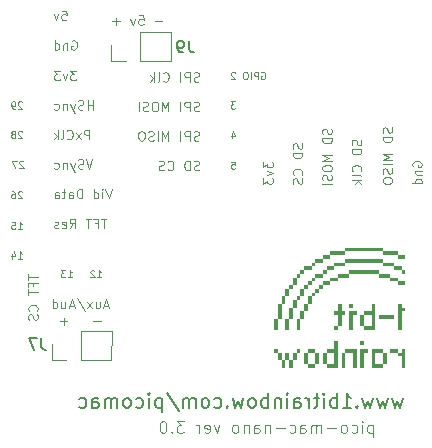
<source format=gbr>
%TF.GenerationSoftware,KiCad,Pcbnew,9.0.0*%
%TF.CreationDate,2025-04-29T11:42:50+01:00*%
%TF.ProjectId,uPicomac,75506963-6f6d-4616-932e-6b696361645f,rev?*%
%TF.SameCoordinates,Original*%
%TF.FileFunction,Legend,Bot*%
%TF.FilePolarity,Positive*%
%FSLAX46Y46*%
G04 Gerber Fmt 4.6, Leading zero omitted, Abs format (unit mm)*
G04 Created by KiCad (PCBNEW 9.0.0) date 2025-04-29 11:42:50*
%MOMM*%
%LPD*%
G01*
G04 APERTURE LIST*
%ADD10C,0.100000*%
%ADD11C,0.000000*%
%ADD12C,0.150000*%
%ADD13C,0.120000*%
G04 APERTURE END LIST*
D10*
X121851503Y-55651942D02*
X121908646Y-55623371D01*
X121908646Y-55623371D02*
X121994360Y-55623371D01*
X121994360Y-55623371D02*
X122080074Y-55651942D01*
X122080074Y-55651942D02*
X122137217Y-55709085D01*
X122137217Y-55709085D02*
X122165788Y-55766228D01*
X122165788Y-55766228D02*
X122194360Y-55880514D01*
X122194360Y-55880514D02*
X122194360Y-55966228D01*
X122194360Y-55966228D02*
X122165788Y-56080514D01*
X122165788Y-56080514D02*
X122137217Y-56137657D01*
X122137217Y-56137657D02*
X122080074Y-56194800D01*
X122080074Y-56194800D02*
X121994360Y-56223371D01*
X121994360Y-56223371D02*
X121937217Y-56223371D01*
X121937217Y-56223371D02*
X121851503Y-56194800D01*
X121851503Y-56194800D02*
X121822931Y-56166228D01*
X121822931Y-56166228D02*
X121822931Y-55966228D01*
X121822931Y-55966228D02*
X121937217Y-55966228D01*
X121565788Y-56223371D02*
X121565788Y-55623371D01*
X121565788Y-55623371D02*
X121337217Y-55623371D01*
X121337217Y-55623371D02*
X121280074Y-55651942D01*
X121280074Y-55651942D02*
X121251503Y-55680514D01*
X121251503Y-55680514D02*
X121222931Y-55737657D01*
X121222931Y-55737657D02*
X121222931Y-55823371D01*
X121222931Y-55823371D02*
X121251503Y-55880514D01*
X121251503Y-55880514D02*
X121280074Y-55909085D01*
X121280074Y-55909085D02*
X121337217Y-55937657D01*
X121337217Y-55937657D02*
X121565788Y-55937657D01*
X120965788Y-56223371D02*
X120965788Y-55623371D01*
X120565789Y-55623371D02*
X120451503Y-55623371D01*
X120451503Y-55623371D02*
X120394360Y-55651942D01*
X120394360Y-55651942D02*
X120337217Y-55709085D01*
X120337217Y-55709085D02*
X120308646Y-55823371D01*
X120308646Y-55823371D02*
X120308646Y-56023371D01*
X120308646Y-56023371D02*
X120337217Y-56137657D01*
X120337217Y-56137657D02*
X120394360Y-56194800D01*
X120394360Y-56194800D02*
X120451503Y-56223371D01*
X120451503Y-56223371D02*
X120565789Y-56223371D01*
X120565789Y-56223371D02*
X120622932Y-56194800D01*
X120622932Y-56194800D02*
X120680074Y-56137657D01*
X120680074Y-56137657D02*
X120708646Y-56023371D01*
X120708646Y-56023371D02*
X120708646Y-55823371D01*
X120708646Y-55823371D02*
X120680074Y-55709085D01*
X120680074Y-55709085D02*
X120622932Y-55651942D01*
X120622932Y-55651942D02*
X120565789Y-55623371D01*
X119622932Y-55680514D02*
X119594360Y-55651942D01*
X119594360Y-55651942D02*
X119537218Y-55623371D01*
X119537218Y-55623371D02*
X119394360Y-55623371D01*
X119394360Y-55623371D02*
X119337218Y-55651942D01*
X119337218Y-55651942D02*
X119308646Y-55680514D01*
X119308646Y-55680514D02*
X119280075Y-55737657D01*
X119280075Y-55737657D02*
X119280075Y-55794800D01*
X119280075Y-55794800D02*
X119308646Y-55880514D01*
X119308646Y-55880514D02*
X119651503Y-56223371D01*
X119651503Y-56223371D02*
X119280075Y-56223371D01*
X119651503Y-58123371D02*
X119280075Y-58123371D01*
X119280075Y-58123371D02*
X119480075Y-58351942D01*
X119480075Y-58351942D02*
X119394360Y-58351942D01*
X119394360Y-58351942D02*
X119337218Y-58380514D01*
X119337218Y-58380514D02*
X119308646Y-58409085D01*
X119308646Y-58409085D02*
X119280075Y-58466228D01*
X119280075Y-58466228D02*
X119280075Y-58609085D01*
X119280075Y-58609085D02*
X119308646Y-58666228D01*
X119308646Y-58666228D02*
X119337218Y-58694800D01*
X119337218Y-58694800D02*
X119394360Y-58723371D01*
X119394360Y-58723371D02*
X119565789Y-58723371D01*
X119565789Y-58723371D02*
X119622932Y-58694800D01*
X119622932Y-58694800D02*
X119651503Y-58666228D01*
X119337218Y-60823371D02*
X119337218Y-61223371D01*
X119480075Y-60594800D02*
X119622932Y-61023371D01*
X119622932Y-61023371D02*
X119251503Y-61023371D01*
X119308646Y-63223371D02*
X119594360Y-63223371D01*
X119594360Y-63223371D02*
X119622932Y-63509085D01*
X119622932Y-63509085D02*
X119594360Y-63480514D01*
X119594360Y-63480514D02*
X119537218Y-63451942D01*
X119537218Y-63451942D02*
X119394360Y-63451942D01*
X119394360Y-63451942D02*
X119337218Y-63480514D01*
X119337218Y-63480514D02*
X119308646Y-63509085D01*
X119308646Y-63509085D02*
X119280075Y-63566228D01*
X119280075Y-63566228D02*
X119280075Y-63709085D01*
X119280075Y-63709085D02*
X119308646Y-63766228D01*
X119308646Y-63766228D02*
X119337218Y-63794800D01*
X119337218Y-63794800D02*
X119394360Y-63823371D01*
X119394360Y-63823371D02*
X119537218Y-63823371D01*
X119537218Y-63823371D02*
X119594360Y-63794800D01*
X119594360Y-63794800D02*
X119622932Y-63766228D01*
X107951504Y-73023371D02*
X108294361Y-73023371D01*
X108122932Y-73023371D02*
X108122932Y-72423371D01*
X108122932Y-72423371D02*
X108180075Y-72509085D01*
X108180075Y-72509085D02*
X108237218Y-72566228D01*
X108237218Y-72566228D02*
X108294361Y-72594800D01*
X107722932Y-72480514D02*
X107694360Y-72451942D01*
X107694360Y-72451942D02*
X107637218Y-72423371D01*
X107637218Y-72423371D02*
X107494360Y-72423371D01*
X107494360Y-72423371D02*
X107437218Y-72451942D01*
X107437218Y-72451942D02*
X107408646Y-72480514D01*
X107408646Y-72480514D02*
X107380075Y-72537657D01*
X107380075Y-72537657D02*
X107380075Y-72594800D01*
X107380075Y-72594800D02*
X107408646Y-72680514D01*
X107408646Y-72680514D02*
X107751503Y-73023371D01*
X107751503Y-73023371D02*
X107380075Y-73023371D01*
X105451504Y-73023371D02*
X105794361Y-73023371D01*
X105622932Y-73023371D02*
X105622932Y-72423371D01*
X105622932Y-72423371D02*
X105680075Y-72509085D01*
X105680075Y-72509085D02*
X105737218Y-72566228D01*
X105737218Y-72566228D02*
X105794361Y-72594800D01*
X105251503Y-72423371D02*
X104880075Y-72423371D01*
X104880075Y-72423371D02*
X105080075Y-72651942D01*
X105080075Y-72651942D02*
X104994360Y-72651942D01*
X104994360Y-72651942D02*
X104937218Y-72680514D01*
X104937218Y-72680514D02*
X104908646Y-72709085D01*
X104908646Y-72709085D02*
X104880075Y-72766228D01*
X104880075Y-72766228D02*
X104880075Y-72909085D01*
X104880075Y-72909085D02*
X104908646Y-72966228D01*
X104908646Y-72966228D02*
X104937218Y-72994800D01*
X104937218Y-72994800D02*
X104994360Y-73023371D01*
X104994360Y-73023371D02*
X105165789Y-73023371D01*
X105165789Y-73023371D02*
X105222932Y-72994800D01*
X105222932Y-72994800D02*
X105251503Y-72966228D01*
X101251504Y-71423371D02*
X101594361Y-71423371D01*
X101422932Y-71423371D02*
X101422932Y-70823371D01*
X101422932Y-70823371D02*
X101480075Y-70909085D01*
X101480075Y-70909085D02*
X101537218Y-70966228D01*
X101537218Y-70966228D02*
X101594361Y-70994800D01*
X100737218Y-71023371D02*
X100737218Y-71423371D01*
X100880075Y-70794800D02*
X101022932Y-71223371D01*
X101022932Y-71223371D02*
X100651503Y-71223371D01*
X101251504Y-68923371D02*
X101594361Y-68923371D01*
X101422932Y-68923371D02*
X101422932Y-68323371D01*
X101422932Y-68323371D02*
X101480075Y-68409085D01*
X101480075Y-68409085D02*
X101537218Y-68466228D01*
X101537218Y-68466228D02*
X101594361Y-68494800D01*
X100708646Y-68323371D02*
X100994360Y-68323371D01*
X100994360Y-68323371D02*
X101022932Y-68609085D01*
X101022932Y-68609085D02*
X100994360Y-68580514D01*
X100994360Y-68580514D02*
X100937218Y-68551942D01*
X100937218Y-68551942D02*
X100794360Y-68551942D01*
X100794360Y-68551942D02*
X100737218Y-68580514D01*
X100737218Y-68580514D02*
X100708646Y-68609085D01*
X100708646Y-68609085D02*
X100680075Y-68666228D01*
X100680075Y-68666228D02*
X100680075Y-68809085D01*
X100680075Y-68809085D02*
X100708646Y-68866228D01*
X100708646Y-68866228D02*
X100737218Y-68894800D01*
X100737218Y-68894800D02*
X100794360Y-68923371D01*
X100794360Y-68923371D02*
X100937218Y-68923371D01*
X100937218Y-68923371D02*
X100994360Y-68894800D01*
X100994360Y-68894800D02*
X101022932Y-68866228D01*
X101594361Y-65780514D02*
X101565789Y-65751942D01*
X101565789Y-65751942D02*
X101508647Y-65723371D01*
X101508647Y-65723371D02*
X101365789Y-65723371D01*
X101365789Y-65723371D02*
X101308647Y-65751942D01*
X101308647Y-65751942D02*
X101280075Y-65780514D01*
X101280075Y-65780514D02*
X101251504Y-65837657D01*
X101251504Y-65837657D02*
X101251504Y-65894800D01*
X101251504Y-65894800D02*
X101280075Y-65980514D01*
X101280075Y-65980514D02*
X101622932Y-66323371D01*
X101622932Y-66323371D02*
X101251504Y-66323371D01*
X100737218Y-65723371D02*
X100851503Y-65723371D01*
X100851503Y-65723371D02*
X100908646Y-65751942D01*
X100908646Y-65751942D02*
X100937218Y-65780514D01*
X100937218Y-65780514D02*
X100994360Y-65866228D01*
X100994360Y-65866228D02*
X101022932Y-65980514D01*
X101022932Y-65980514D02*
X101022932Y-66209085D01*
X101022932Y-66209085D02*
X100994360Y-66266228D01*
X100994360Y-66266228D02*
X100965789Y-66294800D01*
X100965789Y-66294800D02*
X100908646Y-66323371D01*
X100908646Y-66323371D02*
X100794360Y-66323371D01*
X100794360Y-66323371D02*
X100737218Y-66294800D01*
X100737218Y-66294800D02*
X100708646Y-66266228D01*
X100708646Y-66266228D02*
X100680075Y-66209085D01*
X100680075Y-66209085D02*
X100680075Y-66066228D01*
X100680075Y-66066228D02*
X100708646Y-66009085D01*
X100708646Y-66009085D02*
X100737218Y-65980514D01*
X100737218Y-65980514D02*
X100794360Y-65951942D01*
X100794360Y-65951942D02*
X100908646Y-65951942D01*
X100908646Y-65951942D02*
X100965789Y-65980514D01*
X100965789Y-65980514D02*
X100994360Y-66009085D01*
X100994360Y-66009085D02*
X101022932Y-66066228D01*
X101694361Y-63180514D02*
X101665789Y-63151942D01*
X101665789Y-63151942D02*
X101608647Y-63123371D01*
X101608647Y-63123371D02*
X101465789Y-63123371D01*
X101465789Y-63123371D02*
X101408647Y-63151942D01*
X101408647Y-63151942D02*
X101380075Y-63180514D01*
X101380075Y-63180514D02*
X101351504Y-63237657D01*
X101351504Y-63237657D02*
X101351504Y-63294800D01*
X101351504Y-63294800D02*
X101380075Y-63380514D01*
X101380075Y-63380514D02*
X101722932Y-63723371D01*
X101722932Y-63723371D02*
X101351504Y-63723371D01*
X101151503Y-63123371D02*
X100751503Y-63123371D01*
X100751503Y-63123371D02*
X101008646Y-63723371D01*
X101594361Y-60680514D02*
X101565789Y-60651942D01*
X101565789Y-60651942D02*
X101508647Y-60623371D01*
X101508647Y-60623371D02*
X101365789Y-60623371D01*
X101365789Y-60623371D02*
X101308647Y-60651942D01*
X101308647Y-60651942D02*
X101280075Y-60680514D01*
X101280075Y-60680514D02*
X101251504Y-60737657D01*
X101251504Y-60737657D02*
X101251504Y-60794800D01*
X101251504Y-60794800D02*
X101280075Y-60880514D01*
X101280075Y-60880514D02*
X101622932Y-61223371D01*
X101622932Y-61223371D02*
X101251504Y-61223371D01*
X100908646Y-60880514D02*
X100965789Y-60851942D01*
X100965789Y-60851942D02*
X100994360Y-60823371D01*
X100994360Y-60823371D02*
X101022932Y-60766228D01*
X101022932Y-60766228D02*
X101022932Y-60737657D01*
X101022932Y-60737657D02*
X100994360Y-60680514D01*
X100994360Y-60680514D02*
X100965789Y-60651942D01*
X100965789Y-60651942D02*
X100908646Y-60623371D01*
X100908646Y-60623371D02*
X100794360Y-60623371D01*
X100794360Y-60623371D02*
X100737218Y-60651942D01*
X100737218Y-60651942D02*
X100708646Y-60680514D01*
X100708646Y-60680514D02*
X100680075Y-60737657D01*
X100680075Y-60737657D02*
X100680075Y-60766228D01*
X100680075Y-60766228D02*
X100708646Y-60823371D01*
X100708646Y-60823371D02*
X100737218Y-60851942D01*
X100737218Y-60851942D02*
X100794360Y-60880514D01*
X100794360Y-60880514D02*
X100908646Y-60880514D01*
X100908646Y-60880514D02*
X100965789Y-60909085D01*
X100965789Y-60909085D02*
X100994360Y-60937657D01*
X100994360Y-60937657D02*
X101022932Y-60994800D01*
X101022932Y-60994800D02*
X101022932Y-61109085D01*
X101022932Y-61109085D02*
X100994360Y-61166228D01*
X100994360Y-61166228D02*
X100965789Y-61194800D01*
X100965789Y-61194800D02*
X100908646Y-61223371D01*
X100908646Y-61223371D02*
X100794360Y-61223371D01*
X100794360Y-61223371D02*
X100737218Y-61194800D01*
X100737218Y-61194800D02*
X100708646Y-61166228D01*
X100708646Y-61166228D02*
X100680075Y-61109085D01*
X100680075Y-61109085D02*
X100680075Y-60994800D01*
X100680075Y-60994800D02*
X100708646Y-60937657D01*
X100708646Y-60937657D02*
X100737218Y-60909085D01*
X100737218Y-60909085D02*
X100794360Y-60880514D01*
X101594361Y-58180514D02*
X101565789Y-58151942D01*
X101565789Y-58151942D02*
X101508647Y-58123371D01*
X101508647Y-58123371D02*
X101365789Y-58123371D01*
X101365789Y-58123371D02*
X101308647Y-58151942D01*
X101308647Y-58151942D02*
X101280075Y-58180514D01*
X101280075Y-58180514D02*
X101251504Y-58237657D01*
X101251504Y-58237657D02*
X101251504Y-58294800D01*
X101251504Y-58294800D02*
X101280075Y-58380514D01*
X101280075Y-58380514D02*
X101622932Y-58723371D01*
X101622932Y-58723371D02*
X101251504Y-58723371D01*
X100965789Y-58723371D02*
X100851503Y-58723371D01*
X100851503Y-58723371D02*
X100794360Y-58694800D01*
X100794360Y-58694800D02*
X100765789Y-58666228D01*
X100765789Y-58666228D02*
X100708646Y-58580514D01*
X100708646Y-58580514D02*
X100680075Y-58466228D01*
X100680075Y-58466228D02*
X100680075Y-58237657D01*
X100680075Y-58237657D02*
X100708646Y-58180514D01*
X100708646Y-58180514D02*
X100737218Y-58151942D01*
X100737218Y-58151942D02*
X100794360Y-58123371D01*
X100794360Y-58123371D02*
X100908646Y-58123371D01*
X100908646Y-58123371D02*
X100965789Y-58151942D01*
X100965789Y-58151942D02*
X100994360Y-58180514D01*
X100994360Y-58180514D02*
X101022932Y-58237657D01*
X101022932Y-58237657D02*
X101022932Y-58380514D01*
X101022932Y-58380514D02*
X100994360Y-58437657D01*
X100994360Y-58437657D02*
X100965789Y-58466228D01*
X100965789Y-58466228D02*
X100908646Y-58494800D01*
X100908646Y-58494800D02*
X100794360Y-58494800D01*
X100794360Y-58494800D02*
X100737218Y-58466228D01*
X100737218Y-58466228D02*
X100708646Y-58437657D01*
X100708646Y-58437657D02*
X100680075Y-58380514D01*
D11*
G36*
X123256742Y-79384759D02*
G01*
X122939831Y-79384759D01*
X122939831Y-79067483D01*
X123256742Y-79067483D01*
X123256742Y-79384759D01*
G37*
G36*
X124845397Y-75574965D02*
G01*
X124528849Y-75574965D01*
X124528849Y-74940282D01*
X124845397Y-74940282D01*
X124845397Y-75574965D01*
G37*
G36*
X124208306Y-74622480D02*
G01*
X123891758Y-74622480D01*
X123891758Y-73987798D01*
X124208306Y-73987798D01*
X124208306Y-74622480D01*
G37*
G36*
X124527162Y-73988119D02*
G01*
X124209661Y-73988119D01*
X124209661Y-73670301D01*
X124527162Y-73670301D01*
X124527162Y-73988119D01*
G37*
G36*
X128336688Y-77479016D02*
G01*
X128020458Y-77479016D01*
X128020458Y-77162785D01*
X128336688Y-77162785D01*
X128336688Y-77479016D01*
G37*
G36*
X128018603Y-72400000D02*
G01*
X127384556Y-72400000D01*
X127384556Y-72083135D01*
X128018603Y-72083135D01*
X128018603Y-72400000D01*
G37*
G36*
X125478315Y-76527153D02*
G01*
X125161766Y-76527153D01*
X125161766Y-75892471D01*
X125478315Y-75892471D01*
X125478315Y-76527153D01*
G37*
G36*
X123575481Y-76527211D02*
G01*
X123254503Y-76527211D01*
X123254503Y-75257375D01*
X123575158Y-75257375D01*
X123575481Y-76527211D01*
G37*
G36*
X131831707Y-72716890D02*
G01*
X129290158Y-72716890D01*
X129290158Y-72399655D01*
X131831707Y-72399655D01*
X131831707Y-72716890D01*
G37*
G36*
X134051039Y-71446112D02*
G01*
X133416992Y-71446112D01*
X133416992Y-71129247D01*
X134051039Y-71129247D01*
X134051039Y-71446112D01*
G37*
G36*
X130557333Y-77162817D02*
G01*
X130242373Y-77162817D01*
X130242373Y-76210317D01*
X130557016Y-76210317D01*
X130557333Y-77162817D01*
G37*
G36*
X125162896Y-74940282D02*
G01*
X124845397Y-74940282D01*
X124845397Y-74622464D01*
X125162896Y-74622464D01*
X125162896Y-74940282D01*
G37*
G36*
X128338777Y-80655062D02*
G01*
X127384372Y-80655062D01*
X127384372Y-80338832D01*
X128015244Y-80338832D01*
X128015244Y-79386333D01*
X127384055Y-79386333D01*
X127384055Y-79068515D01*
X128016832Y-79068515D01*
X128018102Y-78433833D01*
X128338777Y-78433833D01*
X128338777Y-80655062D01*
G37*
G36*
X124843603Y-73670317D02*
G01*
X124527056Y-73670317D01*
X124527056Y-73035635D01*
X124843603Y-73035635D01*
X124843603Y-73670317D01*
G37*
G36*
X132146689Y-70811715D02*
G01*
X128971322Y-70811715D01*
X128971322Y-70495130D01*
X132146689Y-70495130D01*
X132146689Y-70811715D01*
G37*
G36*
X125161020Y-79384777D02*
G01*
X124844791Y-79384777D01*
X124844791Y-79068548D01*
X125161020Y-79068548D01*
X125161020Y-79384777D01*
G37*
G36*
X128971420Y-72083452D02*
G01*
X128018603Y-72083452D01*
X128018603Y-71764682D01*
X128971420Y-71764682D01*
X128971420Y-72083452D01*
G37*
G36*
X124844742Y-80019523D02*
G01*
X124528194Y-80019523D01*
X124528194Y-79384840D01*
X124844742Y-79384840D01*
X124844742Y-80019523D01*
G37*
G36*
X127384372Y-80338832D02*
G01*
X127069412Y-80338832D01*
X127069412Y-79386333D01*
X127384055Y-79386333D01*
X127384372Y-80338832D01*
G37*
G36*
X129922333Y-80653411D02*
G01*
X129608325Y-80655316D01*
X129608325Y-79386270D01*
X128970786Y-79385316D01*
X128970786Y-79068452D01*
X129922333Y-79068452D01*
X129922333Y-80653411D01*
G37*
G36*
X125794834Y-80338832D02*
G01*
X125479873Y-80338832D01*
X125479873Y-79386333D01*
X125794516Y-79386333D01*
X125794834Y-80338832D01*
G37*
G36*
X125796687Y-73987357D02*
G01*
X125479188Y-73987357D01*
X125479188Y-73669535D01*
X125796687Y-73669535D01*
X125796687Y-73987357D01*
G37*
G36*
X126115826Y-72400000D02*
G01*
X125478921Y-72400000D01*
X125478921Y-72083135D01*
X126115826Y-72083135D01*
X126115826Y-72400000D01*
G37*
G36*
X123892314Y-80654396D02*
G01*
X123575766Y-80654396D01*
X123575766Y-80019713D01*
X123892314Y-80019713D01*
X123892314Y-80654396D01*
G37*
G36*
X126115826Y-73670000D02*
G01*
X125797691Y-73670000D01*
X125797691Y-73351864D01*
X126115826Y-73351864D01*
X126115826Y-73670000D01*
G37*
G36*
X124527592Y-80654396D02*
G01*
X124211045Y-80654396D01*
X124211045Y-80019713D01*
X124527592Y-80019713D01*
X124527592Y-80654396D01*
G37*
G36*
X126431272Y-79385560D02*
G01*
X125796407Y-79385560D01*
X125796407Y-79067540D01*
X126431272Y-79067540D01*
X126431272Y-79385560D01*
G37*
G36*
X132463533Y-80338832D02*
G01*
X132148573Y-80338832D01*
X132148573Y-79386333D01*
X132463215Y-79386333D01*
X132463533Y-80338832D01*
G37*
G36*
X125479340Y-74622480D02*
G01*
X125162792Y-74622480D01*
X125162792Y-73987798D01*
X125479340Y-73987798D01*
X125479340Y-74622480D01*
G37*
G36*
X134052136Y-73669604D02*
G01*
X133416960Y-73669604D01*
X133416960Y-73352086D01*
X134052136Y-73352086D01*
X134052136Y-73669604D01*
G37*
G36*
X133732650Y-75574999D02*
G01*
X134049833Y-75574999D01*
X134049833Y-75892499D01*
X133733603Y-75892499D01*
X133733603Y-77479047D01*
X133417056Y-77479047D01*
X133417056Y-75257817D01*
X133732650Y-75257817D01*
X133732650Y-75574999D01*
G37*
G36*
X133734047Y-72400000D02*
G01*
X133100000Y-72400000D01*
X133100000Y-72083135D01*
X133734047Y-72083135D01*
X133734047Y-72400000D01*
G37*
G36*
X134050785Y-80655316D02*
G01*
X133733921Y-80655316D01*
X133733921Y-79708849D01*
X133417056Y-79708849D01*
X133417056Y-79385316D01*
X133734555Y-79386270D01*
X133734555Y-79068452D01*
X134050785Y-79068452D01*
X134050785Y-80655316D01*
G37*
G36*
X126749239Y-80338832D02*
G01*
X126434278Y-80338832D01*
X126434278Y-79386333D01*
X126748921Y-79386333D01*
X126749239Y-80338832D01*
G37*
G36*
X124210973Y-77479793D02*
G01*
X123894318Y-77479793D01*
X123894318Y-76527293D01*
X124210654Y-76527293D01*
X124210973Y-77479793D01*
G37*
G36*
X123574181Y-80019523D02*
G01*
X123257634Y-80019523D01*
X123257634Y-79384840D01*
X123574181Y-79384840D01*
X123574181Y-80019523D01*
G37*
G36*
X124527679Y-76527220D02*
G01*
X124211024Y-76527220D01*
X124211024Y-75574720D01*
X124527360Y-75574720D01*
X124527679Y-76527220D01*
G37*
G36*
X126431272Y-80654576D02*
G01*
X125796407Y-80654576D01*
X125796407Y-80336555D01*
X126431272Y-80336555D01*
X126431272Y-80654576D01*
G37*
G36*
X126432056Y-73351865D02*
G01*
X126115826Y-73351865D01*
X126115826Y-73035635D01*
X126432056Y-73035635D01*
X126432056Y-73351865D01*
G37*
G36*
X123254568Y-77479793D02*
G01*
X122937914Y-77479793D01*
X122937914Y-76527293D01*
X123254248Y-76527293D01*
X123254568Y-77479793D01*
G37*
G36*
X132148325Y-79386270D02*
G01*
X131510468Y-79386270D01*
X131510468Y-80338769D01*
X132148325Y-80338769D01*
X132148325Y-80655316D01*
X131192651Y-80655316D01*
X131192651Y-79068452D01*
X132148325Y-79068452D01*
X132148325Y-79386270D01*
G37*
G36*
X133417082Y-73351973D02*
G01*
X132781912Y-73351973D01*
X132781912Y-73034652D01*
X133417082Y-73034652D01*
X133417082Y-73351973D01*
G37*
G36*
X133097435Y-76527838D02*
G01*
X131827941Y-76527838D01*
X131827941Y-76210102D01*
X133097435Y-76210102D01*
X133097435Y-76527838D01*
G37*
G36*
X127384556Y-72717182D02*
G01*
X127067056Y-72717182D01*
X127067056Y-72400317D01*
X127384556Y-72400317D01*
X127384556Y-72717182D01*
G37*
G36*
X133416936Y-71129599D02*
G01*
X132147441Y-71129599D01*
X132147441Y-70811863D01*
X133416936Y-70811863D01*
X133416936Y-71129599D01*
G37*
G36*
X128970837Y-80653309D02*
G01*
X128655877Y-80653309D01*
X128655877Y-79386304D01*
X128970519Y-79386304D01*
X128970837Y-80653309D01*
G37*
G36*
X129289774Y-73034031D02*
G01*
X128338374Y-73034031D01*
X128338374Y-72717093D01*
X129289774Y-72717093D01*
X129289774Y-73034031D01*
G37*
G36*
X130559079Y-78749460D02*
G01*
X130242849Y-78749460D01*
X130242849Y-78433230D01*
X130559079Y-78433230D01*
X130559079Y-78749460D01*
G37*
G36*
X123890649Y-75257605D02*
G01*
X123574102Y-75257605D01*
X123574102Y-74622922D01*
X123890649Y-74622922D01*
X123890649Y-75257605D01*
G37*
G36*
X125161104Y-73035635D02*
G01*
X124843603Y-73035635D01*
X124843603Y-72717817D01*
X125161104Y-72717817D01*
X125161104Y-73035635D01*
G37*
G36*
X125161980Y-77479793D02*
G01*
X124845326Y-77479793D01*
X124845326Y-76527293D01*
X125161661Y-76527293D01*
X125161980Y-77479793D01*
G37*
G36*
X124209461Y-80019523D02*
G01*
X123892913Y-80019523D01*
X123892913Y-79384840D01*
X124209461Y-79384840D01*
X124209461Y-80019523D01*
G37*
G36*
X128653921Y-75892499D02*
G01*
X128970786Y-75892499D01*
X128970786Y-76209999D01*
X128652333Y-76209999D01*
X128652333Y-77162817D01*
X128336739Y-77162817D01*
X128336739Y-76209999D01*
X128020509Y-76209999D01*
X128020509Y-75892499D01*
X128336739Y-75892499D01*
X128336739Y-75257817D01*
X128653921Y-75257817D01*
X128653921Y-75892499D01*
G37*
G36*
X132781847Y-73034964D02*
G01*
X131830446Y-73034964D01*
X131830446Y-72718027D01*
X132781847Y-72718027D01*
X132781847Y-73034964D01*
G37*
G36*
X126432485Y-74622820D02*
G01*
X126114985Y-74622820D01*
X126114985Y-74304998D01*
X126432485Y-74304998D01*
X126432485Y-74622820D01*
G37*
G36*
X134051897Y-72718114D02*
G01*
X133734397Y-72718114D01*
X133734397Y-72401249D01*
X134051897Y-72401249D01*
X134051897Y-72718114D01*
G37*
G36*
X127067056Y-73035634D02*
G01*
X126432056Y-73035634D01*
X126432056Y-72716864D01*
X127067056Y-72716864D01*
X127067056Y-73035634D01*
G37*
G36*
X132148607Y-71764530D02*
G01*
X128971307Y-71764530D01*
X128971307Y-71444852D01*
X132148607Y-71444852D01*
X132148607Y-71764530D01*
G37*
G36*
X130876611Y-79386016D02*
G01*
X130557841Y-79386016D01*
X130557841Y-80655062D01*
X130243834Y-80655062D01*
X130242881Y-79068515D01*
X130876611Y-79068515D01*
X130876611Y-79386016D01*
G37*
G36*
X133417034Y-79385560D02*
G01*
X132782169Y-79385560D01*
X132782169Y-79067540D01*
X133417034Y-79067540D01*
X133417034Y-79385560D01*
G37*
G36*
X127701920Y-71447311D02*
G01*
X127067055Y-71447311D01*
X127067055Y-71129291D01*
X127701920Y-71129291D01*
X127701920Y-71447311D01*
G37*
G36*
X133100349Y-72083452D02*
G01*
X132147532Y-72083452D01*
X132147532Y-71764682D01*
X133100349Y-71764682D01*
X133100349Y-72083452D01*
G37*
G36*
X126749842Y-74305089D02*
G01*
X126432342Y-74305089D01*
X126432342Y-73987267D01*
X126749842Y-73987267D01*
X126749842Y-74305089D01*
G37*
G36*
X129921381Y-76209999D02*
G01*
X129602611Y-76209999D01*
X129602611Y-77479047D01*
X129288603Y-77479047D01*
X129287650Y-75892499D01*
X129921381Y-75892499D01*
X129921381Y-76209999D01*
G37*
G36*
X131511738Y-77479047D02*
G01*
X130557333Y-77479047D01*
X130557333Y-77162817D01*
X131188205Y-77162817D01*
X131188205Y-76210317D01*
X130557016Y-76210317D01*
X130557016Y-75892499D01*
X131189793Y-75892499D01*
X131191063Y-75257817D01*
X131511738Y-75257817D01*
X131511738Y-77479047D01*
G37*
G36*
X125795755Y-75892322D02*
G01*
X125479206Y-75892322D01*
X125479206Y-75257639D01*
X125795755Y-75257639D01*
X125795755Y-75892322D01*
G37*
G36*
X126432056Y-72083134D02*
G01*
X126115826Y-72083134D01*
X126115826Y-71764365D01*
X126432056Y-71764365D01*
X126432056Y-72083134D01*
G37*
G36*
X125478921Y-72718135D02*
G01*
X125161103Y-72718135D01*
X125161103Y-72400317D01*
X125478921Y-72400317D01*
X125478921Y-72718135D01*
G37*
G36*
X126115137Y-75257198D02*
G01*
X125798589Y-75257198D01*
X125798589Y-74622515D01*
X126115137Y-74622515D01*
X126115137Y-75257198D01*
G37*
G36*
X128335588Y-73350582D02*
G01*
X127701541Y-73350582D01*
X127701541Y-73033717D01*
X128335588Y-73033717D01*
X128335588Y-73350582D01*
G37*
G36*
X127067199Y-73987357D02*
G01*
X126749699Y-73987357D01*
X126749699Y-73669535D01*
X127067199Y-73669535D01*
X127067199Y-73987357D01*
G37*
G36*
X128971419Y-71129599D02*
G01*
X127701924Y-71129599D01*
X127701924Y-70811863D01*
X128971419Y-70811863D01*
X128971419Y-71129599D01*
G37*
G36*
X127066777Y-71764520D02*
G01*
X126431912Y-71764520D01*
X126431912Y-71446500D01*
X127066777Y-71446500D01*
X127066777Y-71764520D01*
G37*
G36*
X129608993Y-75573463D02*
G01*
X129292763Y-75573463D01*
X129292763Y-75257233D01*
X129608993Y-75257233D01*
X129608993Y-75573463D01*
G37*
G36*
X127701595Y-73669211D02*
G01*
X127067174Y-73669211D01*
X127067174Y-73350685D01*
X127701595Y-73350685D01*
X127701595Y-73669211D01*
G37*
D10*
X106184837Y-55532895D02*
X105689599Y-55532895D01*
X105689599Y-55532895D02*
X105956265Y-55837657D01*
X105956265Y-55837657D02*
X105841980Y-55837657D01*
X105841980Y-55837657D02*
X105765789Y-55875752D01*
X105765789Y-55875752D02*
X105727694Y-55913847D01*
X105727694Y-55913847D02*
X105689599Y-55990038D01*
X105689599Y-55990038D02*
X105689599Y-56180514D01*
X105689599Y-56180514D02*
X105727694Y-56256704D01*
X105727694Y-56256704D02*
X105765789Y-56294800D01*
X105765789Y-56294800D02*
X105841980Y-56332895D01*
X105841980Y-56332895D02*
X106070551Y-56332895D01*
X106070551Y-56332895D02*
X106146742Y-56294800D01*
X106146742Y-56294800D02*
X106184837Y-56256704D01*
X105422932Y-55799561D02*
X105232456Y-56332895D01*
X105232456Y-56332895D02*
X105041979Y-55799561D01*
X104813408Y-55532895D02*
X104318170Y-55532895D01*
X104318170Y-55532895D02*
X104584836Y-55837657D01*
X104584836Y-55837657D02*
X104470551Y-55837657D01*
X104470551Y-55837657D02*
X104394360Y-55875752D01*
X104394360Y-55875752D02*
X104356265Y-55913847D01*
X104356265Y-55913847D02*
X104318170Y-55990038D01*
X104318170Y-55990038D02*
X104318170Y-56180514D01*
X104318170Y-56180514D02*
X104356265Y-56256704D01*
X104356265Y-56256704D02*
X104394360Y-56294800D01*
X104394360Y-56294800D02*
X104470551Y-56332895D01*
X104470551Y-56332895D02*
X104699122Y-56332895D01*
X104699122Y-56332895D02*
X104775313Y-56294800D01*
X104775313Y-56294800D02*
X104813408Y-56256704D01*
X104965789Y-50432895D02*
X105346741Y-50432895D01*
X105346741Y-50432895D02*
X105384837Y-50813847D01*
X105384837Y-50813847D02*
X105346741Y-50775752D01*
X105346741Y-50775752D02*
X105270551Y-50737657D01*
X105270551Y-50737657D02*
X105080075Y-50737657D01*
X105080075Y-50737657D02*
X105003884Y-50775752D01*
X105003884Y-50775752D02*
X104965789Y-50813847D01*
X104965789Y-50813847D02*
X104927694Y-50890038D01*
X104927694Y-50890038D02*
X104927694Y-51080514D01*
X104927694Y-51080514D02*
X104965789Y-51156704D01*
X104965789Y-51156704D02*
X105003884Y-51194800D01*
X105003884Y-51194800D02*
X105080075Y-51232895D01*
X105080075Y-51232895D02*
X105270551Y-51232895D01*
X105270551Y-51232895D02*
X105346741Y-51194800D01*
X105346741Y-51194800D02*
X105384837Y-51156704D01*
X104661027Y-50699561D02*
X104470551Y-51232895D01*
X104470551Y-51232895D02*
X104280074Y-50699561D01*
X130294800Y-61348495D02*
X130332895Y-61462781D01*
X130332895Y-61462781D02*
X130332895Y-61653257D01*
X130332895Y-61653257D02*
X130294800Y-61729448D01*
X130294800Y-61729448D02*
X130256704Y-61767543D01*
X130256704Y-61767543D02*
X130180514Y-61805638D01*
X130180514Y-61805638D02*
X130104323Y-61805638D01*
X130104323Y-61805638D02*
X130028133Y-61767543D01*
X130028133Y-61767543D02*
X129990038Y-61729448D01*
X129990038Y-61729448D02*
X129951942Y-61653257D01*
X129951942Y-61653257D02*
X129913847Y-61500876D01*
X129913847Y-61500876D02*
X129875752Y-61424686D01*
X129875752Y-61424686D02*
X129837657Y-61386591D01*
X129837657Y-61386591D02*
X129761466Y-61348495D01*
X129761466Y-61348495D02*
X129685276Y-61348495D01*
X129685276Y-61348495D02*
X129609085Y-61386591D01*
X129609085Y-61386591D02*
X129570990Y-61424686D01*
X129570990Y-61424686D02*
X129532895Y-61500876D01*
X129532895Y-61500876D02*
X129532895Y-61691353D01*
X129532895Y-61691353D02*
X129570990Y-61805638D01*
X130332895Y-62148496D02*
X129532895Y-62148496D01*
X129532895Y-62148496D02*
X129532895Y-62338972D01*
X129532895Y-62338972D02*
X129570990Y-62453258D01*
X129570990Y-62453258D02*
X129647180Y-62529448D01*
X129647180Y-62529448D02*
X129723371Y-62567543D01*
X129723371Y-62567543D02*
X129875752Y-62605639D01*
X129875752Y-62605639D02*
X129990038Y-62605639D01*
X129990038Y-62605639D02*
X130142419Y-62567543D01*
X130142419Y-62567543D02*
X130218609Y-62529448D01*
X130218609Y-62529448D02*
X130294800Y-62453258D01*
X130294800Y-62453258D02*
X130332895Y-62338972D01*
X130332895Y-62338972D02*
X130332895Y-62148496D01*
X130256704Y-64015163D02*
X130294800Y-63977067D01*
X130294800Y-63977067D02*
X130332895Y-63862782D01*
X130332895Y-63862782D02*
X130332895Y-63786591D01*
X130332895Y-63786591D02*
X130294800Y-63672305D01*
X130294800Y-63672305D02*
X130218609Y-63596115D01*
X130218609Y-63596115D02*
X130142419Y-63558020D01*
X130142419Y-63558020D02*
X129990038Y-63519924D01*
X129990038Y-63519924D02*
X129875752Y-63519924D01*
X129875752Y-63519924D02*
X129723371Y-63558020D01*
X129723371Y-63558020D02*
X129647180Y-63596115D01*
X129647180Y-63596115D02*
X129570990Y-63672305D01*
X129570990Y-63672305D02*
X129532895Y-63786591D01*
X129532895Y-63786591D02*
X129532895Y-63862782D01*
X129532895Y-63862782D02*
X129570990Y-63977067D01*
X129570990Y-63977067D02*
X129609085Y-64015163D01*
X130332895Y-64472305D02*
X130294800Y-64396115D01*
X130294800Y-64396115D02*
X130218609Y-64358020D01*
X130218609Y-64358020D02*
X129532895Y-64358020D01*
X130332895Y-64777068D02*
X129532895Y-64777068D01*
X130028133Y-64853258D02*
X130332895Y-65081830D01*
X129799561Y-65081830D02*
X130104323Y-64777068D01*
D12*
X133829887Y-83245342D02*
X133601316Y-84045342D01*
X133601316Y-84045342D02*
X133372744Y-83473914D01*
X133372744Y-83473914D02*
X133144173Y-84045342D01*
X133144173Y-84045342D02*
X132915601Y-83245342D01*
X132572744Y-83245342D02*
X132344173Y-84045342D01*
X132344173Y-84045342D02*
X132115601Y-83473914D01*
X132115601Y-83473914D02*
X131887030Y-84045342D01*
X131887030Y-84045342D02*
X131658458Y-83245342D01*
X131315601Y-83245342D02*
X131087030Y-84045342D01*
X131087030Y-84045342D02*
X130858458Y-83473914D01*
X130858458Y-83473914D02*
X130629887Y-84045342D01*
X130629887Y-84045342D02*
X130401315Y-83245342D01*
X129944172Y-83931057D02*
X129887029Y-83988200D01*
X129887029Y-83988200D02*
X129944172Y-84045342D01*
X129944172Y-84045342D02*
X130001315Y-83988200D01*
X130001315Y-83988200D02*
X129944172Y-83931057D01*
X129944172Y-83931057D02*
X129944172Y-84045342D01*
X128744172Y-84045342D02*
X129429886Y-84045342D01*
X129087029Y-84045342D02*
X129087029Y-82845342D01*
X129087029Y-82845342D02*
X129201315Y-83016771D01*
X129201315Y-83016771D02*
X129315600Y-83131057D01*
X129315600Y-83131057D02*
X129429886Y-83188200D01*
X128229886Y-84045342D02*
X128229886Y-82845342D01*
X128229886Y-83302485D02*
X128115601Y-83245342D01*
X128115601Y-83245342D02*
X127887029Y-83245342D01*
X127887029Y-83245342D02*
X127772743Y-83302485D01*
X127772743Y-83302485D02*
X127715601Y-83359628D01*
X127715601Y-83359628D02*
X127658458Y-83473914D01*
X127658458Y-83473914D02*
X127658458Y-83816771D01*
X127658458Y-83816771D02*
X127715601Y-83931057D01*
X127715601Y-83931057D02*
X127772743Y-83988200D01*
X127772743Y-83988200D02*
X127887029Y-84045342D01*
X127887029Y-84045342D02*
X128115601Y-84045342D01*
X128115601Y-84045342D02*
X128229886Y-83988200D01*
X127144172Y-84045342D02*
X127144172Y-83245342D01*
X127144172Y-82845342D02*
X127201315Y-82902485D01*
X127201315Y-82902485D02*
X127144172Y-82959628D01*
X127144172Y-82959628D02*
X127087029Y-82902485D01*
X127087029Y-82902485D02*
X127144172Y-82845342D01*
X127144172Y-82845342D02*
X127144172Y-82959628D01*
X126744172Y-83245342D02*
X126287029Y-83245342D01*
X126572743Y-82845342D02*
X126572743Y-83873914D01*
X126572743Y-83873914D02*
X126515600Y-83988200D01*
X126515600Y-83988200D02*
X126401315Y-84045342D01*
X126401315Y-84045342D02*
X126287029Y-84045342D01*
X125887029Y-84045342D02*
X125887029Y-83245342D01*
X125887029Y-83473914D02*
X125829886Y-83359628D01*
X125829886Y-83359628D02*
X125772744Y-83302485D01*
X125772744Y-83302485D02*
X125658458Y-83245342D01*
X125658458Y-83245342D02*
X125544172Y-83245342D01*
X124629887Y-84045342D02*
X124629887Y-83416771D01*
X124629887Y-83416771D02*
X124687029Y-83302485D01*
X124687029Y-83302485D02*
X124801315Y-83245342D01*
X124801315Y-83245342D02*
X125029887Y-83245342D01*
X125029887Y-83245342D02*
X125144172Y-83302485D01*
X124629887Y-83988200D02*
X124744172Y-84045342D01*
X124744172Y-84045342D02*
X125029887Y-84045342D01*
X125029887Y-84045342D02*
X125144172Y-83988200D01*
X125144172Y-83988200D02*
X125201315Y-83873914D01*
X125201315Y-83873914D02*
X125201315Y-83759628D01*
X125201315Y-83759628D02*
X125144172Y-83645342D01*
X125144172Y-83645342D02*
X125029887Y-83588200D01*
X125029887Y-83588200D02*
X124744172Y-83588200D01*
X124744172Y-83588200D02*
X124629887Y-83531057D01*
X124058458Y-84045342D02*
X124058458Y-83245342D01*
X124058458Y-82845342D02*
X124115601Y-82902485D01*
X124115601Y-82902485D02*
X124058458Y-82959628D01*
X124058458Y-82959628D02*
X124001315Y-82902485D01*
X124001315Y-82902485D02*
X124058458Y-82845342D01*
X124058458Y-82845342D02*
X124058458Y-82959628D01*
X123487029Y-83245342D02*
X123487029Y-84045342D01*
X123487029Y-83359628D02*
X123429886Y-83302485D01*
X123429886Y-83302485D02*
X123315601Y-83245342D01*
X123315601Y-83245342D02*
X123144172Y-83245342D01*
X123144172Y-83245342D02*
X123029886Y-83302485D01*
X123029886Y-83302485D02*
X122972744Y-83416771D01*
X122972744Y-83416771D02*
X122972744Y-84045342D01*
X122401315Y-84045342D02*
X122401315Y-82845342D01*
X122401315Y-83302485D02*
X122287030Y-83245342D01*
X122287030Y-83245342D02*
X122058458Y-83245342D01*
X122058458Y-83245342D02*
X121944172Y-83302485D01*
X121944172Y-83302485D02*
X121887030Y-83359628D01*
X121887030Y-83359628D02*
X121829887Y-83473914D01*
X121829887Y-83473914D02*
X121829887Y-83816771D01*
X121829887Y-83816771D02*
X121887030Y-83931057D01*
X121887030Y-83931057D02*
X121944172Y-83988200D01*
X121944172Y-83988200D02*
X122058458Y-84045342D01*
X122058458Y-84045342D02*
X122287030Y-84045342D01*
X122287030Y-84045342D02*
X122401315Y-83988200D01*
X121144173Y-84045342D02*
X121258458Y-83988200D01*
X121258458Y-83988200D02*
X121315601Y-83931057D01*
X121315601Y-83931057D02*
X121372744Y-83816771D01*
X121372744Y-83816771D02*
X121372744Y-83473914D01*
X121372744Y-83473914D02*
X121315601Y-83359628D01*
X121315601Y-83359628D02*
X121258458Y-83302485D01*
X121258458Y-83302485D02*
X121144173Y-83245342D01*
X121144173Y-83245342D02*
X120972744Y-83245342D01*
X120972744Y-83245342D02*
X120858458Y-83302485D01*
X120858458Y-83302485D02*
X120801316Y-83359628D01*
X120801316Y-83359628D02*
X120744173Y-83473914D01*
X120744173Y-83473914D02*
X120744173Y-83816771D01*
X120744173Y-83816771D02*
X120801316Y-83931057D01*
X120801316Y-83931057D02*
X120858458Y-83988200D01*
X120858458Y-83988200D02*
X120972744Y-84045342D01*
X120972744Y-84045342D02*
X121144173Y-84045342D01*
X120344173Y-83245342D02*
X120115602Y-84045342D01*
X120115602Y-84045342D02*
X119887030Y-83473914D01*
X119887030Y-83473914D02*
X119658459Y-84045342D01*
X119658459Y-84045342D02*
X119429887Y-83245342D01*
X118972744Y-83931057D02*
X118915601Y-83988200D01*
X118915601Y-83988200D02*
X118972744Y-84045342D01*
X118972744Y-84045342D02*
X119029887Y-83988200D01*
X119029887Y-83988200D02*
X118972744Y-83931057D01*
X118972744Y-83931057D02*
X118972744Y-84045342D01*
X117887030Y-83988200D02*
X118001315Y-84045342D01*
X118001315Y-84045342D02*
X118229887Y-84045342D01*
X118229887Y-84045342D02*
X118344172Y-83988200D01*
X118344172Y-83988200D02*
X118401315Y-83931057D01*
X118401315Y-83931057D02*
X118458458Y-83816771D01*
X118458458Y-83816771D02*
X118458458Y-83473914D01*
X118458458Y-83473914D02*
X118401315Y-83359628D01*
X118401315Y-83359628D02*
X118344172Y-83302485D01*
X118344172Y-83302485D02*
X118229887Y-83245342D01*
X118229887Y-83245342D02*
X118001315Y-83245342D01*
X118001315Y-83245342D02*
X117887030Y-83302485D01*
X117201316Y-84045342D02*
X117315601Y-83988200D01*
X117315601Y-83988200D02*
X117372744Y-83931057D01*
X117372744Y-83931057D02*
X117429887Y-83816771D01*
X117429887Y-83816771D02*
X117429887Y-83473914D01*
X117429887Y-83473914D02*
X117372744Y-83359628D01*
X117372744Y-83359628D02*
X117315601Y-83302485D01*
X117315601Y-83302485D02*
X117201316Y-83245342D01*
X117201316Y-83245342D02*
X117029887Y-83245342D01*
X117029887Y-83245342D02*
X116915601Y-83302485D01*
X116915601Y-83302485D02*
X116858459Y-83359628D01*
X116858459Y-83359628D02*
X116801316Y-83473914D01*
X116801316Y-83473914D02*
X116801316Y-83816771D01*
X116801316Y-83816771D02*
X116858459Y-83931057D01*
X116858459Y-83931057D02*
X116915601Y-83988200D01*
X116915601Y-83988200D02*
X117029887Y-84045342D01*
X117029887Y-84045342D02*
X117201316Y-84045342D01*
X116287030Y-84045342D02*
X116287030Y-83245342D01*
X116287030Y-83359628D02*
X116229887Y-83302485D01*
X116229887Y-83302485D02*
X116115602Y-83245342D01*
X116115602Y-83245342D02*
X115944173Y-83245342D01*
X115944173Y-83245342D02*
X115829887Y-83302485D01*
X115829887Y-83302485D02*
X115772745Y-83416771D01*
X115772745Y-83416771D02*
X115772745Y-84045342D01*
X115772745Y-83416771D02*
X115715602Y-83302485D01*
X115715602Y-83302485D02*
X115601316Y-83245342D01*
X115601316Y-83245342D02*
X115429887Y-83245342D01*
X115429887Y-83245342D02*
X115315602Y-83302485D01*
X115315602Y-83302485D02*
X115258459Y-83416771D01*
X115258459Y-83416771D02*
X115258459Y-84045342D01*
X113829887Y-82788200D02*
X114858459Y-84331057D01*
X113429887Y-83245342D02*
X113429887Y-84445342D01*
X113429887Y-83302485D02*
X113315602Y-83245342D01*
X113315602Y-83245342D02*
X113087030Y-83245342D01*
X113087030Y-83245342D02*
X112972744Y-83302485D01*
X112972744Y-83302485D02*
X112915602Y-83359628D01*
X112915602Y-83359628D02*
X112858459Y-83473914D01*
X112858459Y-83473914D02*
X112858459Y-83816771D01*
X112858459Y-83816771D02*
X112915602Y-83931057D01*
X112915602Y-83931057D02*
X112972744Y-83988200D01*
X112972744Y-83988200D02*
X113087030Y-84045342D01*
X113087030Y-84045342D02*
X113315602Y-84045342D01*
X113315602Y-84045342D02*
X113429887Y-83988200D01*
X112344173Y-84045342D02*
X112344173Y-83245342D01*
X112344173Y-82845342D02*
X112401316Y-82902485D01*
X112401316Y-82902485D02*
X112344173Y-82959628D01*
X112344173Y-82959628D02*
X112287030Y-82902485D01*
X112287030Y-82902485D02*
X112344173Y-82845342D01*
X112344173Y-82845342D02*
X112344173Y-82959628D01*
X111258459Y-83988200D02*
X111372744Y-84045342D01*
X111372744Y-84045342D02*
X111601316Y-84045342D01*
X111601316Y-84045342D02*
X111715601Y-83988200D01*
X111715601Y-83988200D02*
X111772744Y-83931057D01*
X111772744Y-83931057D02*
X111829887Y-83816771D01*
X111829887Y-83816771D02*
X111829887Y-83473914D01*
X111829887Y-83473914D02*
X111772744Y-83359628D01*
X111772744Y-83359628D02*
X111715601Y-83302485D01*
X111715601Y-83302485D02*
X111601316Y-83245342D01*
X111601316Y-83245342D02*
X111372744Y-83245342D01*
X111372744Y-83245342D02*
X111258459Y-83302485D01*
X110572745Y-84045342D02*
X110687030Y-83988200D01*
X110687030Y-83988200D02*
X110744173Y-83931057D01*
X110744173Y-83931057D02*
X110801316Y-83816771D01*
X110801316Y-83816771D02*
X110801316Y-83473914D01*
X110801316Y-83473914D02*
X110744173Y-83359628D01*
X110744173Y-83359628D02*
X110687030Y-83302485D01*
X110687030Y-83302485D02*
X110572745Y-83245342D01*
X110572745Y-83245342D02*
X110401316Y-83245342D01*
X110401316Y-83245342D02*
X110287030Y-83302485D01*
X110287030Y-83302485D02*
X110229888Y-83359628D01*
X110229888Y-83359628D02*
X110172745Y-83473914D01*
X110172745Y-83473914D02*
X110172745Y-83816771D01*
X110172745Y-83816771D02*
X110229888Y-83931057D01*
X110229888Y-83931057D02*
X110287030Y-83988200D01*
X110287030Y-83988200D02*
X110401316Y-84045342D01*
X110401316Y-84045342D02*
X110572745Y-84045342D01*
X109658459Y-84045342D02*
X109658459Y-83245342D01*
X109658459Y-83359628D02*
X109601316Y-83302485D01*
X109601316Y-83302485D02*
X109487031Y-83245342D01*
X109487031Y-83245342D02*
X109315602Y-83245342D01*
X109315602Y-83245342D02*
X109201316Y-83302485D01*
X109201316Y-83302485D02*
X109144174Y-83416771D01*
X109144174Y-83416771D02*
X109144174Y-84045342D01*
X109144174Y-83416771D02*
X109087031Y-83302485D01*
X109087031Y-83302485D02*
X108972745Y-83245342D01*
X108972745Y-83245342D02*
X108801316Y-83245342D01*
X108801316Y-83245342D02*
X108687031Y-83302485D01*
X108687031Y-83302485D02*
X108629888Y-83416771D01*
X108629888Y-83416771D02*
X108629888Y-84045342D01*
X107544174Y-84045342D02*
X107544174Y-83416771D01*
X107544174Y-83416771D02*
X107601316Y-83302485D01*
X107601316Y-83302485D02*
X107715602Y-83245342D01*
X107715602Y-83245342D02*
X107944174Y-83245342D01*
X107944174Y-83245342D02*
X108058459Y-83302485D01*
X107544174Y-83988200D02*
X107658459Y-84045342D01*
X107658459Y-84045342D02*
X107944174Y-84045342D01*
X107944174Y-84045342D02*
X108058459Y-83988200D01*
X108058459Y-83988200D02*
X108115602Y-83873914D01*
X108115602Y-83873914D02*
X108115602Y-83759628D01*
X108115602Y-83759628D02*
X108058459Y-83645342D01*
X108058459Y-83645342D02*
X107944174Y-83588200D01*
X107944174Y-83588200D02*
X107658459Y-83588200D01*
X107658459Y-83588200D02*
X107544174Y-83531057D01*
X106458460Y-83988200D02*
X106572745Y-84045342D01*
X106572745Y-84045342D02*
X106801317Y-84045342D01*
X106801317Y-84045342D02*
X106915602Y-83988200D01*
X106915602Y-83988200D02*
X106972745Y-83931057D01*
X106972745Y-83931057D02*
X107029888Y-83816771D01*
X107029888Y-83816771D02*
X107029888Y-83473914D01*
X107029888Y-83473914D02*
X106972745Y-83359628D01*
X106972745Y-83359628D02*
X106915602Y-83302485D01*
X106915602Y-83302485D02*
X106801317Y-83245342D01*
X106801317Y-83245342D02*
X106572745Y-83245342D01*
X106572745Y-83245342D02*
X106458460Y-83302485D01*
D10*
X116581830Y-58894800D02*
X116467544Y-58932895D01*
X116467544Y-58932895D02*
X116277068Y-58932895D01*
X116277068Y-58932895D02*
X116200877Y-58894800D01*
X116200877Y-58894800D02*
X116162782Y-58856704D01*
X116162782Y-58856704D02*
X116124687Y-58780514D01*
X116124687Y-58780514D02*
X116124687Y-58704323D01*
X116124687Y-58704323D02*
X116162782Y-58628133D01*
X116162782Y-58628133D02*
X116200877Y-58590038D01*
X116200877Y-58590038D02*
X116277068Y-58551942D01*
X116277068Y-58551942D02*
X116429449Y-58513847D01*
X116429449Y-58513847D02*
X116505639Y-58475752D01*
X116505639Y-58475752D02*
X116543734Y-58437657D01*
X116543734Y-58437657D02*
X116581830Y-58361466D01*
X116581830Y-58361466D02*
X116581830Y-58285276D01*
X116581830Y-58285276D02*
X116543734Y-58209085D01*
X116543734Y-58209085D02*
X116505639Y-58170990D01*
X116505639Y-58170990D02*
X116429449Y-58132895D01*
X116429449Y-58132895D02*
X116238972Y-58132895D01*
X116238972Y-58132895D02*
X116124687Y-58170990D01*
X115781829Y-58932895D02*
X115781829Y-58132895D01*
X115781829Y-58132895D02*
X115477067Y-58132895D01*
X115477067Y-58132895D02*
X115400877Y-58170990D01*
X115400877Y-58170990D02*
X115362782Y-58209085D01*
X115362782Y-58209085D02*
X115324686Y-58285276D01*
X115324686Y-58285276D02*
X115324686Y-58399561D01*
X115324686Y-58399561D02*
X115362782Y-58475752D01*
X115362782Y-58475752D02*
X115400877Y-58513847D01*
X115400877Y-58513847D02*
X115477067Y-58551942D01*
X115477067Y-58551942D02*
X115781829Y-58551942D01*
X114981829Y-58932895D02*
X114981829Y-58132895D01*
X113991353Y-58932895D02*
X113991353Y-58132895D01*
X113991353Y-58132895D02*
X113724687Y-58704323D01*
X113724687Y-58704323D02*
X113458020Y-58132895D01*
X113458020Y-58132895D02*
X113458020Y-58932895D01*
X112924686Y-58132895D02*
X112772305Y-58132895D01*
X112772305Y-58132895D02*
X112696115Y-58170990D01*
X112696115Y-58170990D02*
X112619924Y-58247180D01*
X112619924Y-58247180D02*
X112581829Y-58399561D01*
X112581829Y-58399561D02*
X112581829Y-58666228D01*
X112581829Y-58666228D02*
X112619924Y-58818609D01*
X112619924Y-58818609D02*
X112696115Y-58894800D01*
X112696115Y-58894800D02*
X112772305Y-58932895D01*
X112772305Y-58932895D02*
X112924686Y-58932895D01*
X112924686Y-58932895D02*
X113000877Y-58894800D01*
X113000877Y-58894800D02*
X113077067Y-58818609D01*
X113077067Y-58818609D02*
X113115163Y-58666228D01*
X113115163Y-58666228D02*
X113115163Y-58399561D01*
X113115163Y-58399561D02*
X113077067Y-58247180D01*
X113077067Y-58247180D02*
X113000877Y-58170990D01*
X113000877Y-58170990D02*
X112924686Y-58132895D01*
X112277068Y-58894800D02*
X112162782Y-58932895D01*
X112162782Y-58932895D02*
X111972306Y-58932895D01*
X111972306Y-58932895D02*
X111896115Y-58894800D01*
X111896115Y-58894800D02*
X111858020Y-58856704D01*
X111858020Y-58856704D02*
X111819925Y-58780514D01*
X111819925Y-58780514D02*
X111819925Y-58704323D01*
X111819925Y-58704323D02*
X111858020Y-58628133D01*
X111858020Y-58628133D02*
X111896115Y-58590038D01*
X111896115Y-58590038D02*
X111972306Y-58551942D01*
X111972306Y-58551942D02*
X112124687Y-58513847D01*
X112124687Y-58513847D02*
X112200877Y-58475752D01*
X112200877Y-58475752D02*
X112238972Y-58437657D01*
X112238972Y-58437657D02*
X112277068Y-58361466D01*
X112277068Y-58361466D02*
X112277068Y-58285276D01*
X112277068Y-58285276D02*
X112238972Y-58209085D01*
X112238972Y-58209085D02*
X112200877Y-58170990D01*
X112200877Y-58170990D02*
X112124687Y-58132895D01*
X112124687Y-58132895D02*
X111934210Y-58132895D01*
X111934210Y-58132895D02*
X111819925Y-58170990D01*
X111477067Y-58932895D02*
X111477067Y-58132895D01*
X108881830Y-75404323D02*
X108500877Y-75404323D01*
X108958020Y-75632895D02*
X108691353Y-74832895D01*
X108691353Y-74832895D02*
X108424687Y-75632895D01*
X107815163Y-75099561D02*
X107815163Y-75632895D01*
X108158020Y-75099561D02*
X108158020Y-75518609D01*
X108158020Y-75518609D02*
X108119925Y-75594800D01*
X108119925Y-75594800D02*
X108043735Y-75632895D01*
X108043735Y-75632895D02*
X107929449Y-75632895D01*
X107929449Y-75632895D02*
X107853258Y-75594800D01*
X107853258Y-75594800D02*
X107815163Y-75556704D01*
X107510401Y-75632895D02*
X107091353Y-75099561D01*
X107510401Y-75099561D02*
X107091353Y-75632895D01*
X106215163Y-74794800D02*
X106900877Y-75823371D01*
X105986592Y-75404323D02*
X105605639Y-75404323D01*
X106062782Y-75632895D02*
X105796115Y-74832895D01*
X105796115Y-74832895D02*
X105529449Y-75632895D01*
X104919925Y-75099561D02*
X104919925Y-75632895D01*
X105262782Y-75099561D02*
X105262782Y-75518609D01*
X105262782Y-75518609D02*
X105224687Y-75594800D01*
X105224687Y-75594800D02*
X105148497Y-75632895D01*
X105148497Y-75632895D02*
X105034211Y-75632895D01*
X105034211Y-75632895D02*
X104958020Y-75594800D01*
X104958020Y-75594800D02*
X104919925Y-75556704D01*
X104196115Y-75632895D02*
X104196115Y-74832895D01*
X104196115Y-75594800D02*
X104272306Y-75632895D01*
X104272306Y-75632895D02*
X104424687Y-75632895D01*
X104424687Y-75632895D02*
X104500877Y-75594800D01*
X104500877Y-75594800D02*
X104538972Y-75556704D01*
X104538972Y-75556704D02*
X104577068Y-75480514D01*
X104577068Y-75480514D02*
X104577068Y-75251942D01*
X104577068Y-75251942D02*
X104538972Y-75175752D01*
X104538972Y-75175752D02*
X104500877Y-75137657D01*
X104500877Y-75137657D02*
X104424687Y-75099561D01*
X104424687Y-75099561D02*
X104272306Y-75099561D01*
X104272306Y-75099561D02*
X104196115Y-75137657D01*
X109194361Y-65532895D02*
X108927694Y-66332895D01*
X108927694Y-66332895D02*
X108661028Y-65532895D01*
X108394361Y-66332895D02*
X108394361Y-65799561D01*
X108394361Y-65532895D02*
X108432457Y-65570990D01*
X108432457Y-65570990D02*
X108394361Y-65609085D01*
X108394361Y-65609085D02*
X108356266Y-65570990D01*
X108356266Y-65570990D02*
X108394361Y-65532895D01*
X108394361Y-65532895D02*
X108394361Y-65609085D01*
X107670552Y-66332895D02*
X107670552Y-65532895D01*
X107670552Y-66294800D02*
X107746743Y-66332895D01*
X107746743Y-66332895D02*
X107899124Y-66332895D01*
X107899124Y-66332895D02*
X107975314Y-66294800D01*
X107975314Y-66294800D02*
X108013409Y-66256704D01*
X108013409Y-66256704D02*
X108051505Y-66180514D01*
X108051505Y-66180514D02*
X108051505Y-65951942D01*
X108051505Y-65951942D02*
X108013409Y-65875752D01*
X108013409Y-65875752D02*
X107975314Y-65837657D01*
X107975314Y-65837657D02*
X107899124Y-65799561D01*
X107899124Y-65799561D02*
X107746743Y-65799561D01*
X107746743Y-65799561D02*
X107670552Y-65837657D01*
X106680075Y-66332895D02*
X106680075Y-65532895D01*
X106680075Y-65532895D02*
X106489599Y-65532895D01*
X106489599Y-65532895D02*
X106375313Y-65570990D01*
X106375313Y-65570990D02*
X106299123Y-65647180D01*
X106299123Y-65647180D02*
X106261028Y-65723371D01*
X106261028Y-65723371D02*
X106222932Y-65875752D01*
X106222932Y-65875752D02*
X106222932Y-65990038D01*
X106222932Y-65990038D02*
X106261028Y-66142419D01*
X106261028Y-66142419D02*
X106299123Y-66218609D01*
X106299123Y-66218609D02*
X106375313Y-66294800D01*
X106375313Y-66294800D02*
X106489599Y-66332895D01*
X106489599Y-66332895D02*
X106680075Y-66332895D01*
X105537218Y-66332895D02*
X105537218Y-65913847D01*
X105537218Y-65913847D02*
X105575313Y-65837657D01*
X105575313Y-65837657D02*
X105651504Y-65799561D01*
X105651504Y-65799561D02*
X105803885Y-65799561D01*
X105803885Y-65799561D02*
X105880075Y-65837657D01*
X105537218Y-66294800D02*
X105613409Y-66332895D01*
X105613409Y-66332895D02*
X105803885Y-66332895D01*
X105803885Y-66332895D02*
X105880075Y-66294800D01*
X105880075Y-66294800D02*
X105918171Y-66218609D01*
X105918171Y-66218609D02*
X105918171Y-66142419D01*
X105918171Y-66142419D02*
X105880075Y-66066228D01*
X105880075Y-66066228D02*
X105803885Y-66028133D01*
X105803885Y-66028133D02*
X105613409Y-66028133D01*
X105613409Y-66028133D02*
X105537218Y-65990038D01*
X105270551Y-65799561D02*
X104965789Y-65799561D01*
X105156265Y-65532895D02*
X105156265Y-66218609D01*
X105156265Y-66218609D02*
X105118170Y-66294800D01*
X105118170Y-66294800D02*
X105041980Y-66332895D01*
X105041980Y-66332895D02*
X104965789Y-66332895D01*
X104356265Y-66332895D02*
X104356265Y-65913847D01*
X104356265Y-65913847D02*
X104394360Y-65837657D01*
X104394360Y-65837657D02*
X104470551Y-65799561D01*
X104470551Y-65799561D02*
X104622932Y-65799561D01*
X104622932Y-65799561D02*
X104699122Y-65837657D01*
X104356265Y-66294800D02*
X104432456Y-66332895D01*
X104432456Y-66332895D02*
X104622932Y-66332895D01*
X104622932Y-66332895D02*
X104699122Y-66294800D01*
X104699122Y-66294800D02*
X104737218Y-66218609D01*
X104737218Y-66218609D02*
X104737218Y-66142419D01*
X104737218Y-66142419D02*
X104699122Y-66066228D01*
X104699122Y-66066228D02*
X104622932Y-66028133D01*
X104622932Y-66028133D02*
X104432456Y-66028133D01*
X104432456Y-66028133D02*
X104356265Y-65990038D01*
X116581830Y-61394800D02*
X116467544Y-61432895D01*
X116467544Y-61432895D02*
X116277068Y-61432895D01*
X116277068Y-61432895D02*
X116200877Y-61394800D01*
X116200877Y-61394800D02*
X116162782Y-61356704D01*
X116162782Y-61356704D02*
X116124687Y-61280514D01*
X116124687Y-61280514D02*
X116124687Y-61204323D01*
X116124687Y-61204323D02*
X116162782Y-61128133D01*
X116162782Y-61128133D02*
X116200877Y-61090038D01*
X116200877Y-61090038D02*
X116277068Y-61051942D01*
X116277068Y-61051942D02*
X116429449Y-61013847D01*
X116429449Y-61013847D02*
X116505639Y-60975752D01*
X116505639Y-60975752D02*
X116543734Y-60937657D01*
X116543734Y-60937657D02*
X116581830Y-60861466D01*
X116581830Y-60861466D02*
X116581830Y-60785276D01*
X116581830Y-60785276D02*
X116543734Y-60709085D01*
X116543734Y-60709085D02*
X116505639Y-60670990D01*
X116505639Y-60670990D02*
X116429449Y-60632895D01*
X116429449Y-60632895D02*
X116238972Y-60632895D01*
X116238972Y-60632895D02*
X116124687Y-60670990D01*
X115781829Y-61432895D02*
X115781829Y-60632895D01*
X115781829Y-60632895D02*
X115477067Y-60632895D01*
X115477067Y-60632895D02*
X115400877Y-60670990D01*
X115400877Y-60670990D02*
X115362782Y-60709085D01*
X115362782Y-60709085D02*
X115324686Y-60785276D01*
X115324686Y-60785276D02*
X115324686Y-60899561D01*
X115324686Y-60899561D02*
X115362782Y-60975752D01*
X115362782Y-60975752D02*
X115400877Y-61013847D01*
X115400877Y-61013847D02*
X115477067Y-61051942D01*
X115477067Y-61051942D02*
X115781829Y-61051942D01*
X114981829Y-61432895D02*
X114981829Y-60632895D01*
X113991353Y-61432895D02*
X113991353Y-60632895D01*
X113991353Y-60632895D02*
X113724687Y-61204323D01*
X113724687Y-61204323D02*
X113458020Y-60632895D01*
X113458020Y-60632895D02*
X113458020Y-61432895D01*
X113077067Y-61432895D02*
X113077067Y-60632895D01*
X112734211Y-61394800D02*
X112619925Y-61432895D01*
X112619925Y-61432895D02*
X112429449Y-61432895D01*
X112429449Y-61432895D02*
X112353258Y-61394800D01*
X112353258Y-61394800D02*
X112315163Y-61356704D01*
X112315163Y-61356704D02*
X112277068Y-61280514D01*
X112277068Y-61280514D02*
X112277068Y-61204323D01*
X112277068Y-61204323D02*
X112315163Y-61128133D01*
X112315163Y-61128133D02*
X112353258Y-61090038D01*
X112353258Y-61090038D02*
X112429449Y-61051942D01*
X112429449Y-61051942D02*
X112581830Y-61013847D01*
X112581830Y-61013847D02*
X112658020Y-60975752D01*
X112658020Y-60975752D02*
X112696115Y-60937657D01*
X112696115Y-60937657D02*
X112734211Y-60861466D01*
X112734211Y-60861466D02*
X112734211Y-60785276D01*
X112734211Y-60785276D02*
X112696115Y-60709085D01*
X112696115Y-60709085D02*
X112658020Y-60670990D01*
X112658020Y-60670990D02*
X112581830Y-60632895D01*
X112581830Y-60632895D02*
X112391353Y-60632895D01*
X112391353Y-60632895D02*
X112277068Y-60670990D01*
X111781829Y-60632895D02*
X111629448Y-60632895D01*
X111629448Y-60632895D02*
X111553258Y-60670990D01*
X111553258Y-60670990D02*
X111477067Y-60747180D01*
X111477067Y-60747180D02*
X111438972Y-60899561D01*
X111438972Y-60899561D02*
X111438972Y-61166228D01*
X111438972Y-61166228D02*
X111477067Y-61318609D01*
X111477067Y-61318609D02*
X111553258Y-61394800D01*
X111553258Y-61394800D02*
X111629448Y-61432895D01*
X111629448Y-61432895D02*
X111781829Y-61432895D01*
X111781829Y-61432895D02*
X111858020Y-61394800D01*
X111858020Y-61394800D02*
X111934210Y-61318609D01*
X111934210Y-61318609D02*
X111972306Y-61166228D01*
X111972306Y-61166228D02*
X111972306Y-60899561D01*
X111972306Y-60899561D02*
X111934210Y-60747180D01*
X111934210Y-60747180D02*
X111858020Y-60670990D01*
X111858020Y-60670990D02*
X111781829Y-60632895D01*
X108243734Y-76728133D02*
X107634211Y-76728133D01*
X105424686Y-76728133D02*
X104815163Y-76728133D01*
X105119924Y-77032895D02*
X105119924Y-76423371D01*
X116581830Y-56394800D02*
X116467544Y-56432895D01*
X116467544Y-56432895D02*
X116277068Y-56432895D01*
X116277068Y-56432895D02*
X116200877Y-56394800D01*
X116200877Y-56394800D02*
X116162782Y-56356704D01*
X116162782Y-56356704D02*
X116124687Y-56280514D01*
X116124687Y-56280514D02*
X116124687Y-56204323D01*
X116124687Y-56204323D02*
X116162782Y-56128133D01*
X116162782Y-56128133D02*
X116200877Y-56090038D01*
X116200877Y-56090038D02*
X116277068Y-56051942D01*
X116277068Y-56051942D02*
X116429449Y-56013847D01*
X116429449Y-56013847D02*
X116505639Y-55975752D01*
X116505639Y-55975752D02*
X116543734Y-55937657D01*
X116543734Y-55937657D02*
X116581830Y-55861466D01*
X116581830Y-55861466D02*
X116581830Y-55785276D01*
X116581830Y-55785276D02*
X116543734Y-55709085D01*
X116543734Y-55709085D02*
X116505639Y-55670990D01*
X116505639Y-55670990D02*
X116429449Y-55632895D01*
X116429449Y-55632895D02*
X116238972Y-55632895D01*
X116238972Y-55632895D02*
X116124687Y-55670990D01*
X115781829Y-56432895D02*
X115781829Y-55632895D01*
X115781829Y-55632895D02*
X115477067Y-55632895D01*
X115477067Y-55632895D02*
X115400877Y-55670990D01*
X115400877Y-55670990D02*
X115362782Y-55709085D01*
X115362782Y-55709085D02*
X115324686Y-55785276D01*
X115324686Y-55785276D02*
X115324686Y-55899561D01*
X115324686Y-55899561D02*
X115362782Y-55975752D01*
X115362782Y-55975752D02*
X115400877Y-56013847D01*
X115400877Y-56013847D02*
X115477067Y-56051942D01*
X115477067Y-56051942D02*
X115781829Y-56051942D01*
X114981829Y-56432895D02*
X114981829Y-55632895D01*
X113534210Y-56356704D02*
X113572306Y-56394800D01*
X113572306Y-56394800D02*
X113686591Y-56432895D01*
X113686591Y-56432895D02*
X113762782Y-56432895D01*
X113762782Y-56432895D02*
X113877068Y-56394800D01*
X113877068Y-56394800D02*
X113953258Y-56318609D01*
X113953258Y-56318609D02*
X113991353Y-56242419D01*
X113991353Y-56242419D02*
X114029449Y-56090038D01*
X114029449Y-56090038D02*
X114029449Y-55975752D01*
X114029449Y-55975752D02*
X113991353Y-55823371D01*
X113991353Y-55823371D02*
X113953258Y-55747180D01*
X113953258Y-55747180D02*
X113877068Y-55670990D01*
X113877068Y-55670990D02*
X113762782Y-55632895D01*
X113762782Y-55632895D02*
X113686591Y-55632895D01*
X113686591Y-55632895D02*
X113572306Y-55670990D01*
X113572306Y-55670990D02*
X113534210Y-55709085D01*
X113077068Y-56432895D02*
X113153258Y-56394800D01*
X113153258Y-56394800D02*
X113191353Y-56318609D01*
X113191353Y-56318609D02*
X113191353Y-55632895D01*
X112772305Y-56432895D02*
X112772305Y-55632895D01*
X112696115Y-56128133D02*
X112467543Y-56432895D01*
X112467543Y-55899561D02*
X112772305Y-56204323D01*
X107289598Y-61332895D02*
X107289598Y-60532895D01*
X107289598Y-60532895D02*
X106984836Y-60532895D01*
X106984836Y-60532895D02*
X106908646Y-60570990D01*
X106908646Y-60570990D02*
X106870551Y-60609085D01*
X106870551Y-60609085D02*
X106832455Y-60685276D01*
X106832455Y-60685276D02*
X106832455Y-60799561D01*
X106832455Y-60799561D02*
X106870551Y-60875752D01*
X106870551Y-60875752D02*
X106908646Y-60913847D01*
X106908646Y-60913847D02*
X106984836Y-60951942D01*
X106984836Y-60951942D02*
X107289598Y-60951942D01*
X106565789Y-61332895D02*
X106146741Y-60799561D01*
X106565789Y-60799561D02*
X106146741Y-61332895D01*
X105384836Y-61256704D02*
X105422932Y-61294800D01*
X105422932Y-61294800D02*
X105537217Y-61332895D01*
X105537217Y-61332895D02*
X105613408Y-61332895D01*
X105613408Y-61332895D02*
X105727694Y-61294800D01*
X105727694Y-61294800D02*
X105803884Y-61218609D01*
X105803884Y-61218609D02*
X105841979Y-61142419D01*
X105841979Y-61142419D02*
X105880075Y-60990038D01*
X105880075Y-60990038D02*
X105880075Y-60875752D01*
X105880075Y-60875752D02*
X105841979Y-60723371D01*
X105841979Y-60723371D02*
X105803884Y-60647180D01*
X105803884Y-60647180D02*
X105727694Y-60570990D01*
X105727694Y-60570990D02*
X105613408Y-60532895D01*
X105613408Y-60532895D02*
X105537217Y-60532895D01*
X105537217Y-60532895D02*
X105422932Y-60570990D01*
X105422932Y-60570990D02*
X105384836Y-60609085D01*
X104927694Y-61332895D02*
X105003884Y-61294800D01*
X105003884Y-61294800D02*
X105041979Y-61218609D01*
X105041979Y-61218609D02*
X105041979Y-60532895D01*
X104622931Y-61332895D02*
X104622931Y-60532895D01*
X104546741Y-61028133D02*
X104318169Y-61332895D01*
X104318169Y-60799561D02*
X104622931Y-61104323D01*
X134670990Y-63596114D02*
X134632895Y-63519924D01*
X134632895Y-63519924D02*
X134632895Y-63405638D01*
X134632895Y-63405638D02*
X134670990Y-63291352D01*
X134670990Y-63291352D02*
X134747180Y-63215162D01*
X134747180Y-63215162D02*
X134823371Y-63177067D01*
X134823371Y-63177067D02*
X134975752Y-63138971D01*
X134975752Y-63138971D02*
X135090038Y-63138971D01*
X135090038Y-63138971D02*
X135242419Y-63177067D01*
X135242419Y-63177067D02*
X135318609Y-63215162D01*
X135318609Y-63215162D02*
X135394800Y-63291352D01*
X135394800Y-63291352D02*
X135432895Y-63405638D01*
X135432895Y-63405638D02*
X135432895Y-63481829D01*
X135432895Y-63481829D02*
X135394800Y-63596114D01*
X135394800Y-63596114D02*
X135356704Y-63634210D01*
X135356704Y-63634210D02*
X135090038Y-63634210D01*
X135090038Y-63634210D02*
X135090038Y-63481829D01*
X134899561Y-63977067D02*
X135432895Y-63977067D01*
X134975752Y-63977067D02*
X134937657Y-64015162D01*
X134937657Y-64015162D02*
X134899561Y-64091352D01*
X134899561Y-64091352D02*
X134899561Y-64205638D01*
X134899561Y-64205638D02*
X134937657Y-64281829D01*
X134937657Y-64281829D02*
X135013847Y-64319924D01*
X135013847Y-64319924D02*
X135432895Y-64319924D01*
X135432895Y-65043734D02*
X134632895Y-65043734D01*
X135394800Y-65043734D02*
X135432895Y-64967543D01*
X135432895Y-64967543D02*
X135432895Y-64815162D01*
X135432895Y-64815162D02*
X135394800Y-64738972D01*
X135394800Y-64738972D02*
X135356704Y-64700877D01*
X135356704Y-64700877D02*
X135280514Y-64662781D01*
X135280514Y-64662781D02*
X135051942Y-64662781D01*
X135051942Y-64662781D02*
X134975752Y-64700877D01*
X134975752Y-64700877D02*
X134937657Y-64738972D01*
X134937657Y-64738972D02*
X134899561Y-64815162D01*
X134899561Y-64815162D02*
X134899561Y-64967543D01*
X134899561Y-64967543D02*
X134937657Y-65043734D01*
X125294800Y-61653257D02*
X125332895Y-61767543D01*
X125332895Y-61767543D02*
X125332895Y-61958019D01*
X125332895Y-61958019D02*
X125294800Y-62034210D01*
X125294800Y-62034210D02*
X125256704Y-62072305D01*
X125256704Y-62072305D02*
X125180514Y-62110400D01*
X125180514Y-62110400D02*
X125104323Y-62110400D01*
X125104323Y-62110400D02*
X125028133Y-62072305D01*
X125028133Y-62072305D02*
X124990038Y-62034210D01*
X124990038Y-62034210D02*
X124951942Y-61958019D01*
X124951942Y-61958019D02*
X124913847Y-61805638D01*
X124913847Y-61805638D02*
X124875752Y-61729448D01*
X124875752Y-61729448D02*
X124837657Y-61691353D01*
X124837657Y-61691353D02*
X124761466Y-61653257D01*
X124761466Y-61653257D02*
X124685276Y-61653257D01*
X124685276Y-61653257D02*
X124609085Y-61691353D01*
X124609085Y-61691353D02*
X124570990Y-61729448D01*
X124570990Y-61729448D02*
X124532895Y-61805638D01*
X124532895Y-61805638D02*
X124532895Y-61996115D01*
X124532895Y-61996115D02*
X124570990Y-62110400D01*
X125332895Y-62453258D02*
X124532895Y-62453258D01*
X124532895Y-62453258D02*
X124532895Y-62643734D01*
X124532895Y-62643734D02*
X124570990Y-62758020D01*
X124570990Y-62758020D02*
X124647180Y-62834210D01*
X124647180Y-62834210D02*
X124723371Y-62872305D01*
X124723371Y-62872305D02*
X124875752Y-62910401D01*
X124875752Y-62910401D02*
X124990038Y-62910401D01*
X124990038Y-62910401D02*
X125142419Y-62872305D01*
X125142419Y-62872305D02*
X125218609Y-62834210D01*
X125218609Y-62834210D02*
X125294800Y-62758020D01*
X125294800Y-62758020D02*
X125332895Y-62643734D01*
X125332895Y-62643734D02*
X125332895Y-62453258D01*
X125256704Y-64319925D02*
X125294800Y-64281829D01*
X125294800Y-64281829D02*
X125332895Y-64167544D01*
X125332895Y-64167544D02*
X125332895Y-64091353D01*
X125332895Y-64091353D02*
X125294800Y-63977067D01*
X125294800Y-63977067D02*
X125218609Y-63900877D01*
X125218609Y-63900877D02*
X125142419Y-63862782D01*
X125142419Y-63862782D02*
X124990038Y-63824686D01*
X124990038Y-63824686D02*
X124875752Y-63824686D01*
X124875752Y-63824686D02*
X124723371Y-63862782D01*
X124723371Y-63862782D02*
X124647180Y-63900877D01*
X124647180Y-63900877D02*
X124570990Y-63977067D01*
X124570990Y-63977067D02*
X124532895Y-64091353D01*
X124532895Y-64091353D02*
X124532895Y-64167544D01*
X124532895Y-64167544D02*
X124570990Y-64281829D01*
X124570990Y-64281829D02*
X124609085Y-64319925D01*
X125294800Y-64624686D02*
X125332895Y-64738972D01*
X125332895Y-64738972D02*
X125332895Y-64929448D01*
X125332895Y-64929448D02*
X125294800Y-65005639D01*
X125294800Y-65005639D02*
X125256704Y-65043734D01*
X125256704Y-65043734D02*
X125180514Y-65081829D01*
X125180514Y-65081829D02*
X125104323Y-65081829D01*
X125104323Y-65081829D02*
X125028133Y-65043734D01*
X125028133Y-65043734D02*
X124990038Y-65005639D01*
X124990038Y-65005639D02*
X124951942Y-64929448D01*
X124951942Y-64929448D02*
X124913847Y-64777067D01*
X124913847Y-64777067D02*
X124875752Y-64700877D01*
X124875752Y-64700877D02*
X124837657Y-64662782D01*
X124837657Y-64662782D02*
X124761466Y-64624686D01*
X124761466Y-64624686D02*
X124685276Y-64624686D01*
X124685276Y-64624686D02*
X124609085Y-64662782D01*
X124609085Y-64662782D02*
X124570990Y-64700877D01*
X124570990Y-64700877D02*
X124532895Y-64777067D01*
X124532895Y-64777067D02*
X124532895Y-64967544D01*
X124532895Y-64967544D02*
X124570990Y-65081829D01*
X127794800Y-60419924D02*
X127832895Y-60534210D01*
X127832895Y-60534210D02*
X127832895Y-60724686D01*
X127832895Y-60724686D02*
X127794800Y-60800877D01*
X127794800Y-60800877D02*
X127756704Y-60838972D01*
X127756704Y-60838972D02*
X127680514Y-60877067D01*
X127680514Y-60877067D02*
X127604323Y-60877067D01*
X127604323Y-60877067D02*
X127528133Y-60838972D01*
X127528133Y-60838972D02*
X127490038Y-60800877D01*
X127490038Y-60800877D02*
X127451942Y-60724686D01*
X127451942Y-60724686D02*
X127413847Y-60572305D01*
X127413847Y-60572305D02*
X127375752Y-60496115D01*
X127375752Y-60496115D02*
X127337657Y-60458020D01*
X127337657Y-60458020D02*
X127261466Y-60419924D01*
X127261466Y-60419924D02*
X127185276Y-60419924D01*
X127185276Y-60419924D02*
X127109085Y-60458020D01*
X127109085Y-60458020D02*
X127070990Y-60496115D01*
X127070990Y-60496115D02*
X127032895Y-60572305D01*
X127032895Y-60572305D02*
X127032895Y-60762782D01*
X127032895Y-60762782D02*
X127070990Y-60877067D01*
X127832895Y-61219925D02*
X127032895Y-61219925D01*
X127032895Y-61219925D02*
X127032895Y-61410401D01*
X127032895Y-61410401D02*
X127070990Y-61524687D01*
X127070990Y-61524687D02*
X127147180Y-61600877D01*
X127147180Y-61600877D02*
X127223371Y-61638972D01*
X127223371Y-61638972D02*
X127375752Y-61677068D01*
X127375752Y-61677068D02*
X127490038Y-61677068D01*
X127490038Y-61677068D02*
X127642419Y-61638972D01*
X127642419Y-61638972D02*
X127718609Y-61600877D01*
X127718609Y-61600877D02*
X127794800Y-61524687D01*
X127794800Y-61524687D02*
X127832895Y-61410401D01*
X127832895Y-61410401D02*
X127832895Y-61219925D01*
X127832895Y-62629449D02*
X127032895Y-62629449D01*
X127032895Y-62629449D02*
X127604323Y-62896115D01*
X127604323Y-62896115D02*
X127032895Y-63162782D01*
X127032895Y-63162782D02*
X127832895Y-63162782D01*
X127032895Y-63696116D02*
X127032895Y-63848497D01*
X127032895Y-63848497D02*
X127070990Y-63924687D01*
X127070990Y-63924687D02*
X127147180Y-64000878D01*
X127147180Y-64000878D02*
X127299561Y-64038973D01*
X127299561Y-64038973D02*
X127566228Y-64038973D01*
X127566228Y-64038973D02*
X127718609Y-64000878D01*
X127718609Y-64000878D02*
X127794800Y-63924687D01*
X127794800Y-63924687D02*
X127832895Y-63848497D01*
X127832895Y-63848497D02*
X127832895Y-63696116D01*
X127832895Y-63696116D02*
X127794800Y-63619925D01*
X127794800Y-63619925D02*
X127718609Y-63543735D01*
X127718609Y-63543735D02*
X127566228Y-63505639D01*
X127566228Y-63505639D02*
X127299561Y-63505639D01*
X127299561Y-63505639D02*
X127147180Y-63543735D01*
X127147180Y-63543735D02*
X127070990Y-63619925D01*
X127070990Y-63619925D02*
X127032895Y-63696116D01*
X127794800Y-64343734D02*
X127832895Y-64458020D01*
X127832895Y-64458020D02*
X127832895Y-64648496D01*
X127832895Y-64648496D02*
X127794800Y-64724687D01*
X127794800Y-64724687D02*
X127756704Y-64762782D01*
X127756704Y-64762782D02*
X127680514Y-64800877D01*
X127680514Y-64800877D02*
X127604323Y-64800877D01*
X127604323Y-64800877D02*
X127528133Y-64762782D01*
X127528133Y-64762782D02*
X127490038Y-64724687D01*
X127490038Y-64724687D02*
X127451942Y-64648496D01*
X127451942Y-64648496D02*
X127413847Y-64496115D01*
X127413847Y-64496115D02*
X127375752Y-64419925D01*
X127375752Y-64419925D02*
X127337657Y-64381830D01*
X127337657Y-64381830D02*
X127261466Y-64343734D01*
X127261466Y-64343734D02*
X127185276Y-64343734D01*
X127185276Y-64343734D02*
X127109085Y-64381830D01*
X127109085Y-64381830D02*
X127070990Y-64419925D01*
X127070990Y-64419925D02*
X127032895Y-64496115D01*
X127032895Y-64496115D02*
X127032895Y-64686592D01*
X127032895Y-64686592D02*
X127070990Y-64800877D01*
X127832895Y-65143735D02*
X127032895Y-65143735D01*
X122032895Y-63215162D02*
X122032895Y-63710400D01*
X122032895Y-63710400D02*
X122337657Y-63443734D01*
X122337657Y-63443734D02*
X122337657Y-63558019D01*
X122337657Y-63558019D02*
X122375752Y-63634210D01*
X122375752Y-63634210D02*
X122413847Y-63672305D01*
X122413847Y-63672305D02*
X122490038Y-63710400D01*
X122490038Y-63710400D02*
X122680514Y-63710400D01*
X122680514Y-63710400D02*
X122756704Y-63672305D01*
X122756704Y-63672305D02*
X122794800Y-63634210D01*
X122794800Y-63634210D02*
X122832895Y-63558019D01*
X122832895Y-63558019D02*
X122832895Y-63329448D01*
X122832895Y-63329448D02*
X122794800Y-63253257D01*
X122794800Y-63253257D02*
X122756704Y-63215162D01*
X122299561Y-63977067D02*
X122832895Y-64167543D01*
X122832895Y-64167543D02*
X122299561Y-64358020D01*
X122032895Y-64586591D02*
X122032895Y-65081829D01*
X122032895Y-65081829D02*
X122337657Y-64815163D01*
X122337657Y-64815163D02*
X122337657Y-64929448D01*
X122337657Y-64929448D02*
X122375752Y-65005639D01*
X122375752Y-65005639D02*
X122413847Y-65043734D01*
X122413847Y-65043734D02*
X122490038Y-65081829D01*
X122490038Y-65081829D02*
X122680514Y-65081829D01*
X122680514Y-65081829D02*
X122756704Y-65043734D01*
X122756704Y-65043734D02*
X122794800Y-65005639D01*
X122794800Y-65005639D02*
X122832895Y-64929448D01*
X122832895Y-64929448D02*
X122832895Y-64700877D01*
X122832895Y-64700877D02*
X122794800Y-64624686D01*
X122794800Y-64624686D02*
X122756704Y-64586591D01*
X102132895Y-72741979D02*
X102132895Y-73199122D01*
X102932895Y-72970550D02*
X102132895Y-72970550D01*
X102513847Y-73732455D02*
X102513847Y-73465789D01*
X102932895Y-73465789D02*
X102132895Y-73465789D01*
X102132895Y-73465789D02*
X102132895Y-73846741D01*
X102132895Y-74037217D02*
X102132895Y-74494360D01*
X102932895Y-74265788D02*
X102132895Y-74265788D01*
X102856704Y-75827694D02*
X102894800Y-75789598D01*
X102894800Y-75789598D02*
X102932895Y-75675313D01*
X102932895Y-75675313D02*
X102932895Y-75599122D01*
X102932895Y-75599122D02*
X102894800Y-75484836D01*
X102894800Y-75484836D02*
X102818609Y-75408646D01*
X102818609Y-75408646D02*
X102742419Y-75370551D01*
X102742419Y-75370551D02*
X102590038Y-75332455D01*
X102590038Y-75332455D02*
X102475752Y-75332455D01*
X102475752Y-75332455D02*
X102323371Y-75370551D01*
X102323371Y-75370551D02*
X102247180Y-75408646D01*
X102247180Y-75408646D02*
X102170990Y-75484836D01*
X102170990Y-75484836D02*
X102132895Y-75599122D01*
X102132895Y-75599122D02*
X102132895Y-75675313D01*
X102132895Y-75675313D02*
X102170990Y-75789598D01*
X102170990Y-75789598D02*
X102209085Y-75827694D01*
X102894800Y-76132455D02*
X102932895Y-76246741D01*
X102932895Y-76246741D02*
X102932895Y-76437217D01*
X102932895Y-76437217D02*
X102894800Y-76513408D01*
X102894800Y-76513408D02*
X102856704Y-76551503D01*
X102856704Y-76551503D02*
X102780514Y-76589598D01*
X102780514Y-76589598D02*
X102704323Y-76589598D01*
X102704323Y-76589598D02*
X102628133Y-76551503D01*
X102628133Y-76551503D02*
X102590038Y-76513408D01*
X102590038Y-76513408D02*
X102551942Y-76437217D01*
X102551942Y-76437217D02*
X102513847Y-76284836D01*
X102513847Y-76284836D02*
X102475752Y-76208646D01*
X102475752Y-76208646D02*
X102437657Y-76170551D01*
X102437657Y-76170551D02*
X102361466Y-76132455D01*
X102361466Y-76132455D02*
X102285276Y-76132455D01*
X102285276Y-76132455D02*
X102209085Y-76170551D01*
X102209085Y-76170551D02*
X102170990Y-76208646D01*
X102170990Y-76208646D02*
X102132895Y-76284836D01*
X102132895Y-76284836D02*
X102132895Y-76475313D01*
X102132895Y-76475313D02*
X102170990Y-76589598D01*
X113443734Y-51328133D02*
X112834211Y-51328133D01*
X111462782Y-50832895D02*
X111843734Y-50832895D01*
X111843734Y-50832895D02*
X111881830Y-51213847D01*
X111881830Y-51213847D02*
X111843734Y-51175752D01*
X111843734Y-51175752D02*
X111767544Y-51137657D01*
X111767544Y-51137657D02*
X111577068Y-51137657D01*
X111577068Y-51137657D02*
X111500877Y-51175752D01*
X111500877Y-51175752D02*
X111462782Y-51213847D01*
X111462782Y-51213847D02*
X111424687Y-51290038D01*
X111424687Y-51290038D02*
X111424687Y-51480514D01*
X111424687Y-51480514D02*
X111462782Y-51556704D01*
X111462782Y-51556704D02*
X111500877Y-51594800D01*
X111500877Y-51594800D02*
X111577068Y-51632895D01*
X111577068Y-51632895D02*
X111767544Y-51632895D01*
X111767544Y-51632895D02*
X111843734Y-51594800D01*
X111843734Y-51594800D02*
X111881830Y-51556704D01*
X111158020Y-51099561D02*
X110967544Y-51632895D01*
X110967544Y-51632895D02*
X110777067Y-51099561D01*
X109862781Y-51328133D02*
X109253258Y-51328133D01*
X109558019Y-51632895D02*
X109558019Y-51023371D01*
X107594360Y-58832895D02*
X107594360Y-58032895D01*
X107594360Y-58413847D02*
X107137217Y-58413847D01*
X107137217Y-58832895D02*
X107137217Y-58032895D01*
X106794361Y-58794800D02*
X106680075Y-58832895D01*
X106680075Y-58832895D02*
X106489599Y-58832895D01*
X106489599Y-58832895D02*
X106413408Y-58794800D01*
X106413408Y-58794800D02*
X106375313Y-58756704D01*
X106375313Y-58756704D02*
X106337218Y-58680514D01*
X106337218Y-58680514D02*
X106337218Y-58604323D01*
X106337218Y-58604323D02*
X106375313Y-58528133D01*
X106375313Y-58528133D02*
X106413408Y-58490038D01*
X106413408Y-58490038D02*
X106489599Y-58451942D01*
X106489599Y-58451942D02*
X106641980Y-58413847D01*
X106641980Y-58413847D02*
X106718170Y-58375752D01*
X106718170Y-58375752D02*
X106756265Y-58337657D01*
X106756265Y-58337657D02*
X106794361Y-58261466D01*
X106794361Y-58261466D02*
X106794361Y-58185276D01*
X106794361Y-58185276D02*
X106756265Y-58109085D01*
X106756265Y-58109085D02*
X106718170Y-58070990D01*
X106718170Y-58070990D02*
X106641980Y-58032895D01*
X106641980Y-58032895D02*
X106451503Y-58032895D01*
X106451503Y-58032895D02*
X106337218Y-58070990D01*
X106070551Y-58299561D02*
X105880075Y-58832895D01*
X105689598Y-58299561D02*
X105880075Y-58832895D01*
X105880075Y-58832895D02*
X105956265Y-59023371D01*
X105956265Y-59023371D02*
X105994360Y-59061466D01*
X105994360Y-59061466D02*
X106070551Y-59099561D01*
X105384836Y-58299561D02*
X105384836Y-58832895D01*
X105384836Y-58375752D02*
X105346741Y-58337657D01*
X105346741Y-58337657D02*
X105270551Y-58299561D01*
X105270551Y-58299561D02*
X105156265Y-58299561D01*
X105156265Y-58299561D02*
X105080074Y-58337657D01*
X105080074Y-58337657D02*
X105041979Y-58413847D01*
X105041979Y-58413847D02*
X105041979Y-58832895D01*
X104318169Y-58794800D02*
X104394360Y-58832895D01*
X104394360Y-58832895D02*
X104546741Y-58832895D01*
X104546741Y-58832895D02*
X104622931Y-58794800D01*
X104622931Y-58794800D02*
X104661026Y-58756704D01*
X104661026Y-58756704D02*
X104699122Y-58680514D01*
X104699122Y-58680514D02*
X104699122Y-58451942D01*
X104699122Y-58451942D02*
X104661026Y-58375752D01*
X104661026Y-58375752D02*
X104622931Y-58337657D01*
X104622931Y-58337657D02*
X104546741Y-58299561D01*
X104546741Y-58299561D02*
X104394360Y-58299561D01*
X104394360Y-58299561D02*
X104318169Y-58337657D01*
X105803885Y-52970990D02*
X105880075Y-52932895D01*
X105880075Y-52932895D02*
X105994361Y-52932895D01*
X105994361Y-52932895D02*
X106108647Y-52970990D01*
X106108647Y-52970990D02*
X106184837Y-53047180D01*
X106184837Y-53047180D02*
X106222932Y-53123371D01*
X106222932Y-53123371D02*
X106261028Y-53275752D01*
X106261028Y-53275752D02*
X106261028Y-53390038D01*
X106261028Y-53390038D02*
X106222932Y-53542419D01*
X106222932Y-53542419D02*
X106184837Y-53618609D01*
X106184837Y-53618609D02*
X106108647Y-53694800D01*
X106108647Y-53694800D02*
X105994361Y-53732895D01*
X105994361Y-53732895D02*
X105918170Y-53732895D01*
X105918170Y-53732895D02*
X105803885Y-53694800D01*
X105803885Y-53694800D02*
X105765789Y-53656704D01*
X105765789Y-53656704D02*
X105765789Y-53390038D01*
X105765789Y-53390038D02*
X105918170Y-53390038D01*
X105422932Y-53199561D02*
X105422932Y-53732895D01*
X105422932Y-53275752D02*
X105384837Y-53237657D01*
X105384837Y-53237657D02*
X105308647Y-53199561D01*
X105308647Y-53199561D02*
X105194361Y-53199561D01*
X105194361Y-53199561D02*
X105118170Y-53237657D01*
X105118170Y-53237657D02*
X105080075Y-53313847D01*
X105080075Y-53313847D02*
X105080075Y-53732895D01*
X104356265Y-53732895D02*
X104356265Y-52932895D01*
X104356265Y-53694800D02*
X104432456Y-53732895D01*
X104432456Y-53732895D02*
X104584837Y-53732895D01*
X104584837Y-53732895D02*
X104661027Y-53694800D01*
X104661027Y-53694800D02*
X104699122Y-53656704D01*
X104699122Y-53656704D02*
X104737218Y-53580514D01*
X104737218Y-53580514D02*
X104737218Y-53351942D01*
X104737218Y-53351942D02*
X104699122Y-53275752D01*
X104699122Y-53275752D02*
X104661027Y-53237657D01*
X104661027Y-53237657D02*
X104584837Y-53199561D01*
X104584837Y-53199561D02*
X104432456Y-53199561D01*
X104432456Y-53199561D02*
X104356265Y-53237657D01*
X116581830Y-63894800D02*
X116467544Y-63932895D01*
X116467544Y-63932895D02*
X116277068Y-63932895D01*
X116277068Y-63932895D02*
X116200877Y-63894800D01*
X116200877Y-63894800D02*
X116162782Y-63856704D01*
X116162782Y-63856704D02*
X116124687Y-63780514D01*
X116124687Y-63780514D02*
X116124687Y-63704323D01*
X116124687Y-63704323D02*
X116162782Y-63628133D01*
X116162782Y-63628133D02*
X116200877Y-63590038D01*
X116200877Y-63590038D02*
X116277068Y-63551942D01*
X116277068Y-63551942D02*
X116429449Y-63513847D01*
X116429449Y-63513847D02*
X116505639Y-63475752D01*
X116505639Y-63475752D02*
X116543734Y-63437657D01*
X116543734Y-63437657D02*
X116581830Y-63361466D01*
X116581830Y-63361466D02*
X116581830Y-63285276D01*
X116581830Y-63285276D02*
X116543734Y-63209085D01*
X116543734Y-63209085D02*
X116505639Y-63170990D01*
X116505639Y-63170990D02*
X116429449Y-63132895D01*
X116429449Y-63132895D02*
X116238972Y-63132895D01*
X116238972Y-63132895D02*
X116124687Y-63170990D01*
X115781829Y-63932895D02*
X115781829Y-63132895D01*
X115781829Y-63132895D02*
X115591353Y-63132895D01*
X115591353Y-63132895D02*
X115477067Y-63170990D01*
X115477067Y-63170990D02*
X115400877Y-63247180D01*
X115400877Y-63247180D02*
X115362782Y-63323371D01*
X115362782Y-63323371D02*
X115324686Y-63475752D01*
X115324686Y-63475752D02*
X115324686Y-63590038D01*
X115324686Y-63590038D02*
X115362782Y-63742419D01*
X115362782Y-63742419D02*
X115400877Y-63818609D01*
X115400877Y-63818609D02*
X115477067Y-63894800D01*
X115477067Y-63894800D02*
X115591353Y-63932895D01*
X115591353Y-63932895D02*
X115781829Y-63932895D01*
X113915162Y-63856704D02*
X113953258Y-63894800D01*
X113953258Y-63894800D02*
X114067543Y-63932895D01*
X114067543Y-63932895D02*
X114143734Y-63932895D01*
X114143734Y-63932895D02*
X114258020Y-63894800D01*
X114258020Y-63894800D02*
X114334210Y-63818609D01*
X114334210Y-63818609D02*
X114372305Y-63742419D01*
X114372305Y-63742419D02*
X114410401Y-63590038D01*
X114410401Y-63590038D02*
X114410401Y-63475752D01*
X114410401Y-63475752D02*
X114372305Y-63323371D01*
X114372305Y-63323371D02*
X114334210Y-63247180D01*
X114334210Y-63247180D02*
X114258020Y-63170990D01*
X114258020Y-63170990D02*
X114143734Y-63132895D01*
X114143734Y-63132895D02*
X114067543Y-63132895D01*
X114067543Y-63132895D02*
X113953258Y-63170990D01*
X113953258Y-63170990D02*
X113915162Y-63209085D01*
X113610401Y-63894800D02*
X113496115Y-63932895D01*
X113496115Y-63932895D02*
X113305639Y-63932895D01*
X113305639Y-63932895D02*
X113229448Y-63894800D01*
X113229448Y-63894800D02*
X113191353Y-63856704D01*
X113191353Y-63856704D02*
X113153258Y-63780514D01*
X113153258Y-63780514D02*
X113153258Y-63704323D01*
X113153258Y-63704323D02*
X113191353Y-63628133D01*
X113191353Y-63628133D02*
X113229448Y-63590038D01*
X113229448Y-63590038D02*
X113305639Y-63551942D01*
X113305639Y-63551942D02*
X113458020Y-63513847D01*
X113458020Y-63513847D02*
X113534210Y-63475752D01*
X113534210Y-63475752D02*
X113572305Y-63437657D01*
X113572305Y-63437657D02*
X113610401Y-63361466D01*
X113610401Y-63361466D02*
X113610401Y-63285276D01*
X113610401Y-63285276D02*
X113572305Y-63209085D01*
X113572305Y-63209085D02*
X113534210Y-63170990D01*
X113534210Y-63170990D02*
X113458020Y-63132895D01*
X113458020Y-63132895D02*
X113267543Y-63132895D01*
X113267543Y-63132895D02*
X113153258Y-63170990D01*
X132894800Y-60319924D02*
X132932895Y-60434210D01*
X132932895Y-60434210D02*
X132932895Y-60624686D01*
X132932895Y-60624686D02*
X132894800Y-60700877D01*
X132894800Y-60700877D02*
X132856704Y-60738972D01*
X132856704Y-60738972D02*
X132780514Y-60777067D01*
X132780514Y-60777067D02*
X132704323Y-60777067D01*
X132704323Y-60777067D02*
X132628133Y-60738972D01*
X132628133Y-60738972D02*
X132590038Y-60700877D01*
X132590038Y-60700877D02*
X132551942Y-60624686D01*
X132551942Y-60624686D02*
X132513847Y-60472305D01*
X132513847Y-60472305D02*
X132475752Y-60396115D01*
X132475752Y-60396115D02*
X132437657Y-60358020D01*
X132437657Y-60358020D02*
X132361466Y-60319924D01*
X132361466Y-60319924D02*
X132285276Y-60319924D01*
X132285276Y-60319924D02*
X132209085Y-60358020D01*
X132209085Y-60358020D02*
X132170990Y-60396115D01*
X132170990Y-60396115D02*
X132132895Y-60472305D01*
X132132895Y-60472305D02*
X132132895Y-60662782D01*
X132132895Y-60662782D02*
X132170990Y-60777067D01*
X132932895Y-61119925D02*
X132132895Y-61119925D01*
X132132895Y-61119925D02*
X132132895Y-61310401D01*
X132132895Y-61310401D02*
X132170990Y-61424687D01*
X132170990Y-61424687D02*
X132247180Y-61500877D01*
X132247180Y-61500877D02*
X132323371Y-61538972D01*
X132323371Y-61538972D02*
X132475752Y-61577068D01*
X132475752Y-61577068D02*
X132590038Y-61577068D01*
X132590038Y-61577068D02*
X132742419Y-61538972D01*
X132742419Y-61538972D02*
X132818609Y-61500877D01*
X132818609Y-61500877D02*
X132894800Y-61424687D01*
X132894800Y-61424687D02*
X132932895Y-61310401D01*
X132932895Y-61310401D02*
X132932895Y-61119925D01*
X132932895Y-62529449D02*
X132132895Y-62529449D01*
X132132895Y-62529449D02*
X132704323Y-62796115D01*
X132704323Y-62796115D02*
X132132895Y-63062782D01*
X132132895Y-63062782D02*
X132932895Y-63062782D01*
X132932895Y-63443735D02*
X132132895Y-63443735D01*
X132894800Y-63786591D02*
X132932895Y-63900877D01*
X132932895Y-63900877D02*
X132932895Y-64091353D01*
X132932895Y-64091353D02*
X132894800Y-64167544D01*
X132894800Y-64167544D02*
X132856704Y-64205639D01*
X132856704Y-64205639D02*
X132780514Y-64243734D01*
X132780514Y-64243734D02*
X132704323Y-64243734D01*
X132704323Y-64243734D02*
X132628133Y-64205639D01*
X132628133Y-64205639D02*
X132590038Y-64167544D01*
X132590038Y-64167544D02*
X132551942Y-64091353D01*
X132551942Y-64091353D02*
X132513847Y-63938972D01*
X132513847Y-63938972D02*
X132475752Y-63862782D01*
X132475752Y-63862782D02*
X132437657Y-63824687D01*
X132437657Y-63824687D02*
X132361466Y-63786591D01*
X132361466Y-63786591D02*
X132285276Y-63786591D01*
X132285276Y-63786591D02*
X132209085Y-63824687D01*
X132209085Y-63824687D02*
X132170990Y-63862782D01*
X132170990Y-63862782D02*
X132132895Y-63938972D01*
X132132895Y-63938972D02*
X132132895Y-64129449D01*
X132132895Y-64129449D02*
X132170990Y-64243734D01*
X132132895Y-64738973D02*
X132132895Y-64891354D01*
X132132895Y-64891354D02*
X132170990Y-64967544D01*
X132170990Y-64967544D02*
X132247180Y-65043735D01*
X132247180Y-65043735D02*
X132399561Y-65081830D01*
X132399561Y-65081830D02*
X132666228Y-65081830D01*
X132666228Y-65081830D02*
X132818609Y-65043735D01*
X132818609Y-65043735D02*
X132894800Y-64967544D01*
X132894800Y-64967544D02*
X132932895Y-64891354D01*
X132932895Y-64891354D02*
X132932895Y-64738973D01*
X132932895Y-64738973D02*
X132894800Y-64662782D01*
X132894800Y-64662782D02*
X132818609Y-64586592D01*
X132818609Y-64586592D02*
X132666228Y-64548496D01*
X132666228Y-64548496D02*
X132399561Y-64548496D01*
X132399561Y-64548496D02*
X132247180Y-64586592D01*
X132247180Y-64586592D02*
X132170990Y-64662782D01*
X132170990Y-64662782D02*
X132132895Y-64738973D01*
X108737217Y-68032895D02*
X108280074Y-68032895D01*
X108508646Y-68832895D02*
X108508646Y-68032895D01*
X107746741Y-68413847D02*
X108013407Y-68413847D01*
X108013407Y-68832895D02*
X108013407Y-68032895D01*
X108013407Y-68032895D02*
X107632455Y-68032895D01*
X107441979Y-68032895D02*
X106984836Y-68032895D01*
X107213408Y-68832895D02*
X107213408Y-68032895D01*
X105651502Y-68832895D02*
X105918169Y-68451942D01*
X106108645Y-68832895D02*
X106108645Y-68032895D01*
X106108645Y-68032895D02*
X105803883Y-68032895D01*
X105803883Y-68032895D02*
X105727693Y-68070990D01*
X105727693Y-68070990D02*
X105689598Y-68109085D01*
X105689598Y-68109085D02*
X105651502Y-68185276D01*
X105651502Y-68185276D02*
X105651502Y-68299561D01*
X105651502Y-68299561D02*
X105689598Y-68375752D01*
X105689598Y-68375752D02*
X105727693Y-68413847D01*
X105727693Y-68413847D02*
X105803883Y-68451942D01*
X105803883Y-68451942D02*
X106108645Y-68451942D01*
X105003883Y-68794800D02*
X105080074Y-68832895D01*
X105080074Y-68832895D02*
X105232455Y-68832895D01*
X105232455Y-68832895D02*
X105308645Y-68794800D01*
X105308645Y-68794800D02*
X105346741Y-68718609D01*
X105346741Y-68718609D02*
X105346741Y-68413847D01*
X105346741Y-68413847D02*
X105308645Y-68337657D01*
X105308645Y-68337657D02*
X105232455Y-68299561D01*
X105232455Y-68299561D02*
X105080074Y-68299561D01*
X105080074Y-68299561D02*
X105003883Y-68337657D01*
X105003883Y-68337657D02*
X104965788Y-68413847D01*
X104965788Y-68413847D02*
X104965788Y-68490038D01*
X104965788Y-68490038D02*
X105346741Y-68566228D01*
X104661027Y-68794800D02*
X104584836Y-68832895D01*
X104584836Y-68832895D02*
X104432455Y-68832895D01*
X104432455Y-68832895D02*
X104356265Y-68794800D01*
X104356265Y-68794800D02*
X104318169Y-68718609D01*
X104318169Y-68718609D02*
X104318169Y-68680514D01*
X104318169Y-68680514D02*
X104356265Y-68604323D01*
X104356265Y-68604323D02*
X104432455Y-68566228D01*
X104432455Y-68566228D02*
X104546741Y-68566228D01*
X104546741Y-68566228D02*
X104622931Y-68528133D01*
X104622931Y-68528133D02*
X104661027Y-68451942D01*
X104661027Y-68451942D02*
X104661027Y-68413847D01*
X104661027Y-68413847D02*
X104622931Y-68337657D01*
X104622931Y-68337657D02*
X104546741Y-68299561D01*
X104546741Y-68299561D02*
X104432455Y-68299561D01*
X104432455Y-68299561D02*
X104356265Y-68337657D01*
X131299999Y-85505752D02*
X131299999Y-86505752D01*
X131299999Y-85553371D02*
X131204761Y-85505752D01*
X131204761Y-85505752D02*
X131014285Y-85505752D01*
X131014285Y-85505752D02*
X130919047Y-85553371D01*
X130919047Y-85553371D02*
X130871428Y-85600990D01*
X130871428Y-85600990D02*
X130823809Y-85696228D01*
X130823809Y-85696228D02*
X130823809Y-85981942D01*
X130823809Y-85981942D02*
X130871428Y-86077180D01*
X130871428Y-86077180D02*
X130919047Y-86124800D01*
X130919047Y-86124800D02*
X131014285Y-86172419D01*
X131014285Y-86172419D02*
X131204761Y-86172419D01*
X131204761Y-86172419D02*
X131299999Y-86124800D01*
X130395237Y-86172419D02*
X130395237Y-85505752D01*
X130395237Y-85172419D02*
X130442856Y-85220038D01*
X130442856Y-85220038D02*
X130395237Y-85267657D01*
X130395237Y-85267657D02*
X130347618Y-85220038D01*
X130347618Y-85220038D02*
X130395237Y-85172419D01*
X130395237Y-85172419D02*
X130395237Y-85267657D01*
X129490476Y-86124800D02*
X129585714Y-86172419D01*
X129585714Y-86172419D02*
X129776190Y-86172419D01*
X129776190Y-86172419D02*
X129871428Y-86124800D01*
X129871428Y-86124800D02*
X129919047Y-86077180D01*
X129919047Y-86077180D02*
X129966666Y-85981942D01*
X129966666Y-85981942D02*
X129966666Y-85696228D01*
X129966666Y-85696228D02*
X129919047Y-85600990D01*
X129919047Y-85600990D02*
X129871428Y-85553371D01*
X129871428Y-85553371D02*
X129776190Y-85505752D01*
X129776190Y-85505752D02*
X129585714Y-85505752D01*
X129585714Y-85505752D02*
X129490476Y-85553371D01*
X128919047Y-86172419D02*
X129014285Y-86124800D01*
X129014285Y-86124800D02*
X129061904Y-86077180D01*
X129061904Y-86077180D02*
X129109523Y-85981942D01*
X129109523Y-85981942D02*
X129109523Y-85696228D01*
X129109523Y-85696228D02*
X129061904Y-85600990D01*
X129061904Y-85600990D02*
X129014285Y-85553371D01*
X129014285Y-85553371D02*
X128919047Y-85505752D01*
X128919047Y-85505752D02*
X128776190Y-85505752D01*
X128776190Y-85505752D02*
X128680952Y-85553371D01*
X128680952Y-85553371D02*
X128633333Y-85600990D01*
X128633333Y-85600990D02*
X128585714Y-85696228D01*
X128585714Y-85696228D02*
X128585714Y-85981942D01*
X128585714Y-85981942D02*
X128633333Y-86077180D01*
X128633333Y-86077180D02*
X128680952Y-86124800D01*
X128680952Y-86124800D02*
X128776190Y-86172419D01*
X128776190Y-86172419D02*
X128919047Y-86172419D01*
X128157142Y-85791466D02*
X127395238Y-85791466D01*
X126919047Y-86172419D02*
X126919047Y-85505752D01*
X126919047Y-85600990D02*
X126871428Y-85553371D01*
X126871428Y-85553371D02*
X126776190Y-85505752D01*
X126776190Y-85505752D02*
X126633333Y-85505752D01*
X126633333Y-85505752D02*
X126538095Y-85553371D01*
X126538095Y-85553371D02*
X126490476Y-85648609D01*
X126490476Y-85648609D02*
X126490476Y-86172419D01*
X126490476Y-85648609D02*
X126442857Y-85553371D01*
X126442857Y-85553371D02*
X126347619Y-85505752D01*
X126347619Y-85505752D02*
X126204762Y-85505752D01*
X126204762Y-85505752D02*
X126109523Y-85553371D01*
X126109523Y-85553371D02*
X126061904Y-85648609D01*
X126061904Y-85648609D02*
X126061904Y-86172419D01*
X125157143Y-86172419D02*
X125157143Y-85648609D01*
X125157143Y-85648609D02*
X125204762Y-85553371D01*
X125204762Y-85553371D02*
X125300000Y-85505752D01*
X125300000Y-85505752D02*
X125490476Y-85505752D01*
X125490476Y-85505752D02*
X125585714Y-85553371D01*
X125157143Y-86124800D02*
X125252381Y-86172419D01*
X125252381Y-86172419D02*
X125490476Y-86172419D01*
X125490476Y-86172419D02*
X125585714Y-86124800D01*
X125585714Y-86124800D02*
X125633333Y-86029561D01*
X125633333Y-86029561D02*
X125633333Y-85934323D01*
X125633333Y-85934323D02*
X125585714Y-85839085D01*
X125585714Y-85839085D02*
X125490476Y-85791466D01*
X125490476Y-85791466D02*
X125252381Y-85791466D01*
X125252381Y-85791466D02*
X125157143Y-85743847D01*
X124252381Y-86124800D02*
X124347619Y-86172419D01*
X124347619Y-86172419D02*
X124538095Y-86172419D01*
X124538095Y-86172419D02*
X124633333Y-86124800D01*
X124633333Y-86124800D02*
X124680952Y-86077180D01*
X124680952Y-86077180D02*
X124728571Y-85981942D01*
X124728571Y-85981942D02*
X124728571Y-85696228D01*
X124728571Y-85696228D02*
X124680952Y-85600990D01*
X124680952Y-85600990D02*
X124633333Y-85553371D01*
X124633333Y-85553371D02*
X124538095Y-85505752D01*
X124538095Y-85505752D02*
X124347619Y-85505752D01*
X124347619Y-85505752D02*
X124252381Y-85553371D01*
X123823809Y-85791466D02*
X123061905Y-85791466D01*
X122585714Y-85505752D02*
X122585714Y-86172419D01*
X122585714Y-85600990D02*
X122538095Y-85553371D01*
X122538095Y-85553371D02*
X122442857Y-85505752D01*
X122442857Y-85505752D02*
X122300000Y-85505752D01*
X122300000Y-85505752D02*
X122204762Y-85553371D01*
X122204762Y-85553371D02*
X122157143Y-85648609D01*
X122157143Y-85648609D02*
X122157143Y-86172419D01*
X121252381Y-86172419D02*
X121252381Y-85648609D01*
X121252381Y-85648609D02*
X121300000Y-85553371D01*
X121300000Y-85553371D02*
X121395238Y-85505752D01*
X121395238Y-85505752D02*
X121585714Y-85505752D01*
X121585714Y-85505752D02*
X121680952Y-85553371D01*
X121252381Y-86124800D02*
X121347619Y-86172419D01*
X121347619Y-86172419D02*
X121585714Y-86172419D01*
X121585714Y-86172419D02*
X121680952Y-86124800D01*
X121680952Y-86124800D02*
X121728571Y-86029561D01*
X121728571Y-86029561D02*
X121728571Y-85934323D01*
X121728571Y-85934323D02*
X121680952Y-85839085D01*
X121680952Y-85839085D02*
X121585714Y-85791466D01*
X121585714Y-85791466D02*
X121347619Y-85791466D01*
X121347619Y-85791466D02*
X121252381Y-85743847D01*
X120776190Y-85505752D02*
X120776190Y-86172419D01*
X120776190Y-85600990D02*
X120728571Y-85553371D01*
X120728571Y-85553371D02*
X120633333Y-85505752D01*
X120633333Y-85505752D02*
X120490476Y-85505752D01*
X120490476Y-85505752D02*
X120395238Y-85553371D01*
X120395238Y-85553371D02*
X120347619Y-85648609D01*
X120347619Y-85648609D02*
X120347619Y-86172419D01*
X119728571Y-86172419D02*
X119823809Y-86124800D01*
X119823809Y-86124800D02*
X119871428Y-86077180D01*
X119871428Y-86077180D02*
X119919047Y-85981942D01*
X119919047Y-85981942D02*
X119919047Y-85696228D01*
X119919047Y-85696228D02*
X119871428Y-85600990D01*
X119871428Y-85600990D02*
X119823809Y-85553371D01*
X119823809Y-85553371D02*
X119728571Y-85505752D01*
X119728571Y-85505752D02*
X119585714Y-85505752D01*
X119585714Y-85505752D02*
X119490476Y-85553371D01*
X119490476Y-85553371D02*
X119442857Y-85600990D01*
X119442857Y-85600990D02*
X119395238Y-85696228D01*
X119395238Y-85696228D02*
X119395238Y-85981942D01*
X119395238Y-85981942D02*
X119442857Y-86077180D01*
X119442857Y-86077180D02*
X119490476Y-86124800D01*
X119490476Y-86124800D02*
X119585714Y-86172419D01*
X119585714Y-86172419D02*
X119728571Y-86172419D01*
X118299999Y-85505752D02*
X118061904Y-86172419D01*
X118061904Y-86172419D02*
X117823809Y-85505752D01*
X117061904Y-86124800D02*
X117157142Y-86172419D01*
X117157142Y-86172419D02*
X117347618Y-86172419D01*
X117347618Y-86172419D02*
X117442856Y-86124800D01*
X117442856Y-86124800D02*
X117490475Y-86029561D01*
X117490475Y-86029561D02*
X117490475Y-85648609D01*
X117490475Y-85648609D02*
X117442856Y-85553371D01*
X117442856Y-85553371D02*
X117347618Y-85505752D01*
X117347618Y-85505752D02*
X117157142Y-85505752D01*
X117157142Y-85505752D02*
X117061904Y-85553371D01*
X117061904Y-85553371D02*
X117014285Y-85648609D01*
X117014285Y-85648609D02*
X117014285Y-85743847D01*
X117014285Y-85743847D02*
X117490475Y-85839085D01*
X116585713Y-86172419D02*
X116585713Y-85505752D01*
X116585713Y-85696228D02*
X116538094Y-85600990D01*
X116538094Y-85600990D02*
X116490475Y-85553371D01*
X116490475Y-85553371D02*
X116395237Y-85505752D01*
X116395237Y-85505752D02*
X116299999Y-85505752D01*
X115299998Y-85172419D02*
X114680951Y-85172419D01*
X114680951Y-85172419D02*
X115014284Y-85553371D01*
X115014284Y-85553371D02*
X114871427Y-85553371D01*
X114871427Y-85553371D02*
X114776189Y-85600990D01*
X114776189Y-85600990D02*
X114728570Y-85648609D01*
X114728570Y-85648609D02*
X114680951Y-85743847D01*
X114680951Y-85743847D02*
X114680951Y-85981942D01*
X114680951Y-85981942D02*
X114728570Y-86077180D01*
X114728570Y-86077180D02*
X114776189Y-86124800D01*
X114776189Y-86124800D02*
X114871427Y-86172419D01*
X114871427Y-86172419D02*
X115157141Y-86172419D01*
X115157141Y-86172419D02*
X115252379Y-86124800D01*
X115252379Y-86124800D02*
X115299998Y-86077180D01*
X114252379Y-86077180D02*
X114204760Y-86124800D01*
X114204760Y-86124800D02*
X114252379Y-86172419D01*
X114252379Y-86172419D02*
X114299998Y-86124800D01*
X114299998Y-86124800D02*
X114252379Y-86077180D01*
X114252379Y-86077180D02*
X114252379Y-86172419D01*
X113585713Y-85172419D02*
X113490475Y-85172419D01*
X113490475Y-85172419D02*
X113395237Y-85220038D01*
X113395237Y-85220038D02*
X113347618Y-85267657D01*
X113347618Y-85267657D02*
X113299999Y-85362895D01*
X113299999Y-85362895D02*
X113252380Y-85553371D01*
X113252380Y-85553371D02*
X113252380Y-85791466D01*
X113252380Y-85791466D02*
X113299999Y-85981942D01*
X113299999Y-85981942D02*
X113347618Y-86077180D01*
X113347618Y-86077180D02*
X113395237Y-86124800D01*
X113395237Y-86124800D02*
X113490475Y-86172419D01*
X113490475Y-86172419D02*
X113585713Y-86172419D01*
X113585713Y-86172419D02*
X113680951Y-86124800D01*
X113680951Y-86124800D02*
X113728570Y-86077180D01*
X113728570Y-86077180D02*
X113776189Y-85981942D01*
X113776189Y-85981942D02*
X113823808Y-85791466D01*
X113823808Y-85791466D02*
X113823808Y-85553371D01*
X113823808Y-85553371D02*
X113776189Y-85362895D01*
X113776189Y-85362895D02*
X113728570Y-85267657D01*
X113728570Y-85267657D02*
X113680951Y-85220038D01*
X113680951Y-85220038D02*
X113585713Y-85172419D01*
X107556265Y-63032895D02*
X107289598Y-63832895D01*
X107289598Y-63832895D02*
X107022932Y-63032895D01*
X106794361Y-63794800D02*
X106680075Y-63832895D01*
X106680075Y-63832895D02*
X106489599Y-63832895D01*
X106489599Y-63832895D02*
X106413408Y-63794800D01*
X106413408Y-63794800D02*
X106375313Y-63756704D01*
X106375313Y-63756704D02*
X106337218Y-63680514D01*
X106337218Y-63680514D02*
X106337218Y-63604323D01*
X106337218Y-63604323D02*
X106375313Y-63528133D01*
X106375313Y-63528133D02*
X106413408Y-63490038D01*
X106413408Y-63490038D02*
X106489599Y-63451942D01*
X106489599Y-63451942D02*
X106641980Y-63413847D01*
X106641980Y-63413847D02*
X106718170Y-63375752D01*
X106718170Y-63375752D02*
X106756265Y-63337657D01*
X106756265Y-63337657D02*
X106794361Y-63261466D01*
X106794361Y-63261466D02*
X106794361Y-63185276D01*
X106794361Y-63185276D02*
X106756265Y-63109085D01*
X106756265Y-63109085D02*
X106718170Y-63070990D01*
X106718170Y-63070990D02*
X106641980Y-63032895D01*
X106641980Y-63032895D02*
X106451503Y-63032895D01*
X106451503Y-63032895D02*
X106337218Y-63070990D01*
X106070551Y-63299561D02*
X105880075Y-63832895D01*
X105689598Y-63299561D02*
X105880075Y-63832895D01*
X105880075Y-63832895D02*
X105956265Y-64023371D01*
X105956265Y-64023371D02*
X105994360Y-64061466D01*
X105994360Y-64061466D02*
X106070551Y-64099561D01*
X105384836Y-63299561D02*
X105384836Y-63832895D01*
X105384836Y-63375752D02*
X105346741Y-63337657D01*
X105346741Y-63337657D02*
X105270551Y-63299561D01*
X105270551Y-63299561D02*
X105156265Y-63299561D01*
X105156265Y-63299561D02*
X105080074Y-63337657D01*
X105080074Y-63337657D02*
X105041979Y-63413847D01*
X105041979Y-63413847D02*
X105041979Y-63832895D01*
X104318169Y-63794800D02*
X104394360Y-63832895D01*
X104394360Y-63832895D02*
X104546741Y-63832895D01*
X104546741Y-63832895D02*
X104622931Y-63794800D01*
X104622931Y-63794800D02*
X104661026Y-63756704D01*
X104661026Y-63756704D02*
X104699122Y-63680514D01*
X104699122Y-63680514D02*
X104699122Y-63451942D01*
X104699122Y-63451942D02*
X104661026Y-63375752D01*
X104661026Y-63375752D02*
X104622931Y-63337657D01*
X104622931Y-63337657D02*
X104546741Y-63299561D01*
X104546741Y-63299561D02*
X104394360Y-63299561D01*
X104394360Y-63299561D02*
X104318169Y-63337657D01*
D12*
X103233333Y-78154819D02*
X103233333Y-78869104D01*
X103233333Y-78869104D02*
X103280952Y-79011961D01*
X103280952Y-79011961D02*
X103376190Y-79107200D01*
X103376190Y-79107200D02*
X103519047Y-79154819D01*
X103519047Y-79154819D02*
X103614285Y-79154819D01*
X102852380Y-78154819D02*
X102185714Y-78154819D01*
X102185714Y-78154819D02*
X102614285Y-79154819D01*
X115733333Y-52960925D02*
X115733333Y-53675210D01*
X115733333Y-53675210D02*
X115780952Y-53818067D01*
X115780952Y-53818067D02*
X115876190Y-53913306D01*
X115876190Y-53913306D02*
X116019047Y-53960925D01*
X116019047Y-53960925D02*
X116114285Y-53960925D01*
X115209523Y-53960925D02*
X115019047Y-53960925D01*
X115019047Y-53960925D02*
X114923809Y-53913306D01*
X114923809Y-53913306D02*
X114876190Y-53865686D01*
X114876190Y-53865686D02*
X114780952Y-53722829D01*
X114780952Y-53722829D02*
X114733333Y-53532353D01*
X114733333Y-53532353D02*
X114733333Y-53151401D01*
X114733333Y-53151401D02*
X114780952Y-53056163D01*
X114780952Y-53056163D02*
X114828571Y-53008544D01*
X114828571Y-53008544D02*
X114923809Y-52960925D01*
X114923809Y-52960925D02*
X115114285Y-52960925D01*
X115114285Y-52960925D02*
X115209523Y-53008544D01*
X115209523Y-53008544D02*
X115257142Y-53056163D01*
X115257142Y-53056163D02*
X115304761Y-53151401D01*
X115304761Y-53151401D02*
X115304761Y-53389496D01*
X115304761Y-53389496D02*
X115257142Y-53484734D01*
X115257142Y-53484734D02*
X115209523Y-53532353D01*
X115209523Y-53532353D02*
X115114285Y-53579972D01*
X115114285Y-53579972D02*
X114923809Y-53579972D01*
X114923809Y-53579972D02*
X114828571Y-53532353D01*
X114828571Y-53532353D02*
X114780952Y-53484734D01*
X114780952Y-53484734D02*
X114733333Y-53389496D01*
D13*
%TO.C,J7*%
X106570998Y-77534292D02*
X109170998Y-77534292D01*
X106570998Y-77534292D02*
X106560735Y-79994243D01*
X109170998Y-77534292D02*
X109160735Y-79994243D01*
X104132046Y-78658878D02*
X104132046Y-79988878D01*
X104132046Y-79992504D02*
X105342440Y-79992504D01*
X106560735Y-79994243D02*
X109160735Y-79994243D01*
%TO.C,J9*%
X111604355Y-52223102D02*
X114204355Y-52223102D01*
X111604355Y-52223102D02*
X111594092Y-54683053D01*
X114204355Y-52223102D02*
X114194092Y-54683053D01*
X109165403Y-53347688D02*
X109165403Y-54677688D01*
X109165403Y-54681314D02*
X110375797Y-54681314D01*
X111594092Y-54683053D02*
X114194092Y-54683053D01*
%TD*%
M02*

</source>
